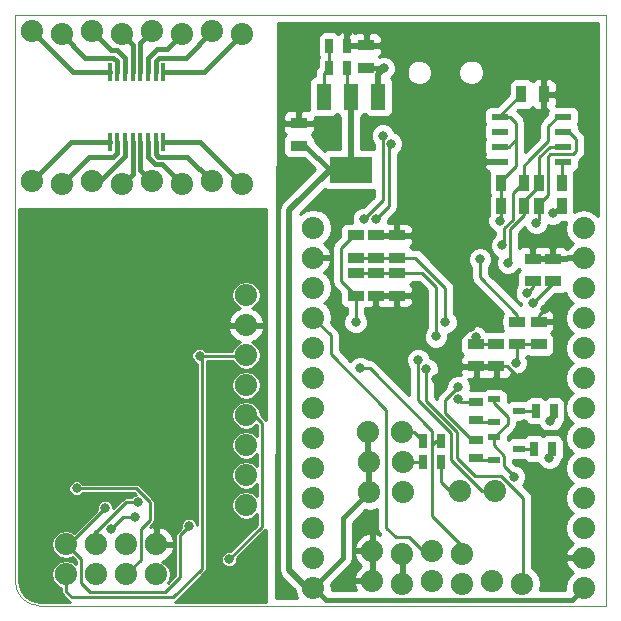
<source format=gbl>
G04 (created by PCBNEW (2013-mar-13)-testing) date Thu 22 Aug 2013 04:52:17 PM WEST*
%MOIN*%
G04 Gerber Fmt 3.4, Leading zero omitted, Abs format*
%FSLAX34Y34*%
G01*
G70*
G90*
G04 APERTURE LIST*
%ADD10C,0.005906*%
%ADD11C,0.003937*%
%ADD12O,0.074000X0.074000*%
%ADD13R,0.055000X0.035000*%
%ADD14R,0.035000X0.055000*%
%ADD15R,0.055100X0.023600*%
%ADD16R,0.048000X0.088000*%
%ADD17R,0.141700X0.086600*%
%ADD18R,0.025000X0.045000*%
%ADD19R,0.039400X0.023600*%
%ADD20R,0.045000X0.025000*%
%ADD21R,0.015700X0.062900*%
%ADD22C,0.031496*%
%ADD23C,0.010000*%
%ADD24C,0.017323*%
%ADD25C,0.020000*%
%ADD26C,0.012992*%
G04 APERTURE END LIST*
G54D10*
G54D11*
X1181Y393D02*
X20078Y393D01*
X393Y20078D02*
X393Y1181D01*
X393Y1181D02*
G75*
G03X1181Y393I787J0D01*
G74*
G01*
X20078Y20078D02*
X20078Y393D01*
X393Y20078D02*
X20078Y20078D01*
G54D12*
X5081Y2432D03*
X5081Y1432D03*
X4081Y2432D03*
X4081Y1432D03*
X3081Y2432D03*
X3081Y1432D03*
X2081Y2432D03*
X2081Y1432D03*
X8081Y10737D03*
X8081Y9737D03*
X8081Y8737D03*
X8081Y7737D03*
X8081Y6737D03*
X8081Y5737D03*
X8081Y4737D03*
X8081Y3737D03*
G54D13*
X17125Y9863D03*
X17125Y9113D03*
G54D14*
X17853Y14488D03*
X18603Y14488D03*
G54D13*
X17834Y9113D03*
X17834Y9863D03*
X12401Y11987D03*
X12401Y12737D03*
X13110Y11477D03*
X13110Y10727D03*
X12401Y11477D03*
X12401Y10727D03*
X13110Y11987D03*
X13110Y12737D03*
X17637Y11199D03*
X17637Y11949D03*
X18307Y11199D03*
X18307Y11949D03*
G54D12*
X12283Y2215D03*
X13283Y2115D03*
X14283Y2215D03*
X15283Y2115D03*
G54D15*
X16548Y16694D03*
X18648Y16694D03*
X16548Y16194D03*
X16548Y15694D03*
X16548Y15194D03*
X18648Y16194D03*
X18648Y15694D03*
X18648Y15194D03*
G54D14*
X17343Y13700D03*
X16593Y13700D03*
X17853Y13700D03*
X18603Y13700D03*
X17343Y14488D03*
X16593Y14488D03*
G54D13*
X11732Y10727D03*
X11732Y11477D03*
X11732Y12737D03*
X11732Y11987D03*
X16417Y9115D03*
X16417Y8365D03*
X15748Y9115D03*
X15748Y8365D03*
G54D16*
X10664Y17361D03*
X11574Y17361D03*
X12484Y17361D03*
G54D17*
X11574Y14921D03*
G54D18*
X10841Y19055D03*
X11441Y19055D03*
X10841Y18307D03*
X11441Y18307D03*
X14591Y5196D03*
X13991Y5196D03*
X14591Y5866D03*
X13991Y5866D03*
G54D12*
X12174Y4173D03*
X13314Y4173D03*
X16369Y4212D03*
X15229Y4212D03*
X12174Y5196D03*
X13314Y5196D03*
X12134Y6181D03*
X13274Y6181D03*
X19330Y984D03*
X19330Y1984D03*
X19330Y2984D03*
X19330Y3984D03*
X19330Y4984D03*
X19330Y5984D03*
X19330Y6984D03*
X19330Y7984D03*
X19330Y8984D03*
X19330Y9984D03*
X19330Y10984D03*
X19330Y11984D03*
X19330Y12984D03*
X10314Y12992D03*
X10314Y11992D03*
X10314Y10992D03*
X10314Y9992D03*
X10314Y8992D03*
X10314Y7992D03*
X10314Y6992D03*
X10314Y5992D03*
X10314Y4992D03*
X10314Y3992D03*
X10314Y2992D03*
X10314Y1992D03*
X10314Y992D03*
G54D18*
X17731Y6889D03*
X18331Y6889D03*
X17692Y5629D03*
X18292Y5629D03*
G54D19*
X16355Y5254D03*
X17187Y5629D03*
X16355Y6004D03*
X16355Y6514D03*
X17187Y6889D03*
X16355Y7264D03*
G54D20*
X15748Y7189D03*
X15748Y6589D03*
X15748Y5329D03*
X15748Y5929D03*
G54D12*
X944Y19538D03*
X1944Y19438D03*
X2944Y19538D03*
X3944Y19438D03*
X4944Y19538D03*
X5944Y19438D03*
X6944Y19538D03*
X7944Y19438D03*
X944Y14538D03*
X1944Y14438D03*
X2944Y14538D03*
X3944Y14438D03*
X4944Y14538D03*
X5944Y14438D03*
X6944Y14538D03*
X7944Y14438D03*
G54D14*
X17262Y17440D03*
X18012Y17440D03*
G54D12*
X12283Y1220D03*
X13283Y1120D03*
X14283Y1220D03*
X15283Y1120D03*
X16283Y1220D03*
X17283Y1120D03*
G54D21*
X3534Y18169D03*
X3789Y18169D03*
X4045Y18169D03*
X4301Y18169D03*
X4556Y18169D03*
X4812Y18169D03*
X5068Y18169D03*
X5324Y18169D03*
X5324Y15847D03*
X5068Y15847D03*
X4812Y15847D03*
X4556Y15847D03*
X4301Y15847D03*
X4045Y15847D03*
X3789Y15847D03*
X3534Y15847D03*
G54D13*
X12086Y18325D03*
X12086Y19075D03*
X9842Y15727D03*
X9842Y16477D03*
G54D22*
X17007Y4685D03*
X12677Y18307D03*
X7521Y1937D03*
X2431Y4297D03*
X3381Y3637D03*
X6181Y3037D03*
X4481Y3837D03*
X3581Y2937D03*
X4381Y3337D03*
X6531Y8717D03*
X15157Y7283D03*
X15157Y7677D03*
X11889Y8307D03*
X13818Y8582D03*
X14094Y8267D03*
X16811Y11811D03*
X17755Y13149D03*
X16614Y12401D03*
X12007Y13267D03*
X12637Y16062D03*
X12913Y15787D03*
X12401Y13267D03*
X15881Y11937D03*
X11732Y9842D03*
X18307Y13464D03*
X16535Y13228D03*
X17440Y10826D03*
X15748Y9330D03*
X18831Y5487D03*
X15281Y12237D03*
X17362Y6456D03*
X18031Y10275D03*
X14763Y13582D03*
X13110Y13228D03*
X17165Y7992D03*
X14409Y7952D03*
X15590Y9685D03*
X12480Y10196D03*
X11496Y19527D03*
X5581Y3237D03*
X6681Y10637D03*
X3581Y12167D03*
X3601Y12627D03*
X3586Y13047D03*
X3461Y13412D03*
X1451Y13437D03*
X1271Y13042D03*
X1276Y13042D03*
X1301Y12162D03*
X1251Y12602D03*
X1611Y11872D03*
X3241Y11862D03*
X2063Y11742D03*
X2066Y11407D03*
X2061Y11072D03*
X2806Y11057D03*
X2801Y11387D03*
X2811Y11727D03*
X1958Y9960D03*
X3621Y5507D03*
X2781Y5477D03*
X1891Y5482D03*
X1911Y6312D03*
X1931Y9152D03*
X1956Y8452D03*
X2766Y7007D03*
X1911Y6997D03*
X1921Y7732D03*
X3616Y7012D03*
X2781Y9962D03*
X4451Y9977D03*
X3641Y9942D03*
X3626Y9157D03*
X3616Y8427D03*
X3616Y7737D03*
X3626Y6347D03*
X4467Y7022D03*
X4467Y8368D03*
X2775Y8478D03*
X5296Y9977D03*
X5296Y8372D03*
X5286Y7012D03*
X5274Y5508D03*
X4321Y5517D03*
X17066Y8484D03*
X17637Y10472D03*
X18188Y5314D03*
X18228Y6535D03*
X14724Y9842D03*
X14409Y9370D03*
G54D23*
X17007Y4685D02*
X17007Y4724D01*
X17007Y4724D02*
X16692Y5039D01*
G54D24*
X9842Y15727D02*
X10060Y15727D01*
X10060Y15727D02*
X10866Y14921D01*
X10866Y14921D02*
X11574Y14921D01*
G54D23*
X16355Y5730D02*
X16355Y6004D01*
X16692Y5039D02*
X16692Y5393D01*
X16692Y5393D02*
X16355Y5730D01*
G54D24*
X10314Y992D02*
X10322Y992D01*
X11299Y3298D02*
X12174Y4173D01*
X11299Y1968D02*
X11299Y3298D01*
X10322Y992D02*
X11299Y1968D01*
X10314Y992D02*
X10346Y992D01*
X18937Y590D02*
X19330Y984D01*
X10748Y590D02*
X18937Y590D01*
X10346Y992D02*
X10748Y590D01*
G54D25*
X10314Y992D02*
X10110Y992D01*
X10866Y14921D02*
X11574Y14921D01*
X9527Y13582D02*
X10866Y14921D01*
X9527Y1574D02*
X9527Y13582D01*
X10110Y992D02*
X9527Y1574D01*
G54D23*
X16355Y7264D02*
X16355Y7148D01*
X16355Y7148D02*
X16811Y6692D01*
X16811Y6692D02*
X16811Y6460D01*
X16811Y6460D02*
X16355Y6004D01*
X11441Y18307D02*
X11441Y17494D01*
X11441Y17494D02*
X11574Y17361D01*
G54D25*
X11574Y17361D02*
X11574Y14921D01*
X12174Y4173D02*
X12174Y5196D01*
X12134Y6181D02*
X12134Y5236D01*
X12134Y5236D02*
X12174Y5196D01*
G54D24*
X12086Y18325D02*
X12658Y18325D01*
X12658Y18325D02*
X12677Y18307D01*
G54D25*
X12484Y17361D02*
X12484Y18114D01*
X12484Y18114D02*
X12677Y18307D01*
G54D23*
X8081Y6737D02*
X8361Y6737D01*
X8611Y3027D02*
X7521Y1937D01*
X8611Y6487D02*
X8611Y3027D01*
X8361Y6737D02*
X8611Y6487D01*
X2431Y4297D02*
X4421Y4297D01*
X4881Y3237D02*
X4576Y2932D01*
X4881Y3837D02*
X4881Y3237D01*
X4421Y4297D02*
X4881Y3837D01*
X4576Y1927D02*
X4081Y1432D01*
X4576Y2932D02*
X4576Y1927D01*
X2086Y2437D02*
X2081Y2432D01*
X2181Y2437D02*
X2086Y2437D01*
X3381Y3637D02*
X2181Y2437D01*
X6181Y3037D02*
X5881Y2737D01*
X5881Y2737D02*
X5881Y1337D01*
X5881Y1337D02*
X5376Y832D01*
X5376Y832D02*
X2886Y832D01*
X2886Y832D02*
X2581Y1137D01*
X2581Y1137D02*
X2581Y1932D01*
X2581Y1932D02*
X2081Y2432D01*
X3581Y3337D02*
X4081Y3837D01*
X4081Y3837D02*
X4481Y3837D01*
G54D26*
X3081Y2437D02*
X3081Y2432D01*
G54D23*
X3581Y3337D02*
X3081Y2837D01*
G54D26*
X3081Y2837D02*
X3081Y2437D01*
G54D23*
X3981Y3337D02*
X4381Y3337D01*
X3981Y3337D02*
X3581Y2937D01*
X6531Y8717D02*
X8011Y8717D01*
X8061Y8767D02*
X8081Y8737D01*
X8011Y8717D02*
X8061Y8767D01*
X2081Y862D02*
X2081Y1432D01*
X2271Y672D02*
X2081Y862D01*
X5651Y672D02*
X2271Y672D01*
X6606Y1627D02*
X5651Y672D01*
X6606Y8642D02*
X6606Y1627D01*
X6531Y8717D02*
X6606Y8642D01*
X15251Y7189D02*
X15748Y7189D01*
X15157Y7283D02*
X15251Y7189D01*
X14724Y7244D02*
X14724Y7165D01*
X14724Y7165D02*
X14724Y6811D01*
X15157Y7677D02*
X14724Y7244D01*
X15605Y5929D02*
X14724Y6811D01*
X15605Y5929D02*
X15748Y5929D01*
X14591Y5866D02*
X14409Y5866D01*
X14409Y5866D02*
X14291Y5748D01*
X15283Y2115D02*
X15283Y2393D01*
X12204Y8307D02*
X11889Y8307D01*
X14291Y6220D02*
X12204Y8307D01*
X14291Y3385D02*
X14291Y5748D01*
X14291Y5748D02*
X14291Y6220D01*
X15283Y2393D02*
X14291Y3385D01*
X15229Y4212D02*
X14881Y4212D01*
X14591Y4503D02*
X14591Y5196D01*
X14881Y4212D02*
X14591Y4503D01*
X14283Y2215D02*
X13965Y2215D01*
X13965Y2215D02*
X13503Y2677D01*
X13503Y2677D02*
X13070Y2677D01*
X13070Y2677D02*
X12755Y2992D01*
X12755Y2992D02*
X12755Y6929D01*
X12755Y6929D02*
X10905Y8779D01*
X10905Y8779D02*
X10905Y9401D01*
X10905Y9401D02*
X10314Y9992D01*
X16369Y4212D02*
X15944Y4212D01*
X13818Y7244D02*
X13818Y8582D01*
X14921Y6141D02*
X13818Y7244D01*
X14921Y5236D02*
X14921Y6141D01*
X15944Y4212D02*
X14921Y5236D01*
X17322Y1120D02*
X17322Y3976D01*
X14069Y8243D02*
X14094Y8267D01*
X14069Y7219D02*
X14069Y8243D01*
X15118Y6171D02*
X14069Y7219D01*
X15118Y5314D02*
X15118Y6171D01*
X15708Y4724D02*
X15118Y5314D01*
X16574Y4724D02*
X15708Y4724D01*
X17322Y3976D02*
X16574Y4724D01*
X17343Y13700D02*
X17343Y13406D01*
X16889Y11889D02*
X16811Y11811D01*
X16889Y12952D02*
X16889Y11889D01*
X17343Y13406D02*
X16889Y12952D01*
X17343Y13700D02*
X17343Y13878D01*
X17853Y14388D02*
X17853Y14488D01*
X17343Y13878D02*
X17853Y14388D01*
X18648Y15694D02*
X18214Y15694D01*
X17853Y15333D02*
X17853Y14488D01*
X18214Y15694D02*
X17853Y15333D01*
X17853Y13247D02*
X17755Y13149D01*
X17853Y13700D02*
X17853Y13247D01*
X17853Y13700D02*
X17853Y13779D01*
X18844Y16194D02*
X19094Y15944D01*
X19094Y15944D02*
X19094Y15551D01*
X19094Y15551D02*
X18976Y15433D01*
X18976Y15433D02*
X18228Y15433D01*
X18228Y15433D02*
X18149Y15354D01*
X18149Y15354D02*
X18149Y14075D01*
X18844Y16194D02*
X18648Y16194D01*
X17853Y13779D02*
X18149Y14075D01*
X17343Y14488D02*
X17322Y14488D01*
X17322Y14488D02*
X16968Y14133D01*
X16692Y12480D02*
X16614Y12401D01*
X16692Y12982D02*
X16692Y12480D01*
X16968Y13257D02*
X16692Y12982D01*
X16968Y14133D02*
X16968Y13257D01*
X17343Y14488D02*
X17343Y15060D01*
X17343Y15060D02*
X17519Y15236D01*
X18466Y16694D02*
X18648Y16694D01*
X18149Y16377D02*
X18466Y16694D01*
X18149Y15866D02*
X18149Y16377D01*
X17519Y15236D02*
X18149Y15866D01*
X18603Y14488D02*
X18603Y15149D01*
X18603Y15149D02*
X18648Y15194D01*
X12637Y14330D02*
X12637Y13897D01*
X12637Y13897D02*
X12007Y13267D01*
X12637Y16062D02*
X12637Y14330D01*
X12913Y15787D02*
X12834Y15708D01*
X12834Y15708D02*
X12834Y13700D01*
X12834Y13700D02*
X12401Y13267D01*
X17125Y9863D02*
X17125Y10092D01*
X17125Y10092D02*
X15881Y11337D01*
X15881Y11337D02*
X15881Y11937D01*
X11732Y9842D02*
X11732Y10727D01*
X18603Y13700D02*
X18543Y13700D01*
X18543Y13700D02*
X18307Y13464D01*
X16548Y16694D02*
X16548Y16726D01*
X16548Y16726D02*
X17262Y17440D01*
X17125Y9863D02*
X16869Y9863D01*
X16593Y13700D02*
X16593Y13286D01*
X16593Y13286D02*
X16535Y13228D01*
X16593Y14488D02*
X16593Y14546D01*
X17086Y15039D02*
X17086Y15944D01*
X16593Y14546D02*
X17086Y15039D01*
X16593Y14488D02*
X16593Y13700D01*
X16548Y16694D02*
X16887Y16694D01*
X17086Y16496D02*
X17086Y15944D01*
X16887Y16694D02*
X17086Y16496D01*
X17086Y15944D02*
X16836Y15694D01*
X16836Y15694D02*
X16548Y15694D01*
X11732Y12737D02*
X11674Y12737D01*
X11674Y12737D02*
X11259Y12322D01*
X11259Y12322D02*
X11259Y11199D01*
X11259Y11199D02*
X11732Y10727D01*
X17637Y11199D02*
X17637Y11023D01*
X17637Y11023D02*
X17440Y10826D01*
X15748Y9115D02*
X16417Y9115D01*
X15748Y9115D02*
X15748Y9330D01*
X18700Y5618D02*
X18700Y6338D01*
X18831Y5487D02*
X18700Y5618D01*
X14763Y13582D02*
X14763Y12905D01*
X15281Y12387D02*
X15281Y12237D01*
X14763Y12905D02*
X15281Y12387D01*
X17165Y7992D02*
X18176Y7992D01*
X18176Y7992D02*
X18700Y7468D01*
X18700Y7468D02*
X18700Y6338D01*
X18582Y6220D02*
X17598Y6220D01*
G54D24*
X18700Y6338D02*
X18582Y6220D01*
G54D23*
X17598Y6220D02*
X17362Y6456D01*
X17401Y6417D02*
X17559Y6417D01*
X17362Y6456D02*
X17401Y6417D01*
X17834Y9863D02*
X17834Y10078D01*
X17834Y10078D02*
X18031Y10275D01*
X16548Y15194D02*
X15946Y15194D01*
X18012Y17892D02*
X18012Y17440D01*
X17874Y18031D02*
X18012Y17892D01*
X16574Y18031D02*
X17874Y18031D01*
X15787Y17244D02*
X16574Y18031D01*
X15787Y15354D02*
X15787Y17244D01*
X15946Y15194D02*
X15787Y15354D01*
X14448Y13267D02*
X14763Y13582D01*
X13149Y13267D02*
X14448Y13267D01*
X13110Y13228D02*
X13149Y13267D01*
X16792Y8365D02*
X16417Y8365D01*
X17165Y7992D02*
X16792Y8365D01*
X15748Y8365D02*
X14941Y8365D01*
X14941Y8365D02*
X14685Y8622D01*
X14685Y8307D02*
X14685Y8622D01*
X14685Y8228D02*
X14685Y8307D01*
X14409Y7952D02*
X14685Y8228D01*
X14685Y8622D02*
X14685Y8976D01*
X14685Y8976D02*
X14921Y9212D01*
X15118Y9212D02*
X14921Y9212D01*
X15590Y9685D02*
X15118Y9212D01*
X16417Y8365D02*
X15748Y8365D01*
G54D25*
X12401Y10727D02*
X12401Y10275D01*
X12401Y10275D02*
X12480Y10196D01*
G54D23*
X11441Y19055D02*
X11417Y19606D01*
X11417Y19606D02*
X11496Y19527D01*
X12401Y10727D02*
X13110Y10727D01*
X13110Y12737D02*
X12401Y12737D01*
X5410Y5508D02*
X5274Y5508D01*
X5581Y5337D02*
X5410Y5508D01*
X5581Y3237D02*
X5581Y5337D01*
X8081Y9737D02*
X7581Y9737D01*
X7581Y9737D02*
X6681Y10637D01*
X3601Y12627D02*
X3646Y12232D01*
X3646Y12232D02*
X3581Y12167D01*
X3631Y12657D02*
X3631Y12672D01*
X3601Y12627D02*
X3631Y12657D01*
X3631Y12672D02*
X3601Y12642D01*
X3556Y13017D02*
X3556Y13012D01*
X3586Y13047D02*
X3556Y13017D01*
X3461Y13412D02*
X3461Y13407D01*
X1451Y13437D02*
X1786Y13367D01*
X1251Y12602D02*
X1271Y13037D01*
X1271Y13037D02*
X1276Y13042D01*
X1786Y13367D02*
X1851Y13432D01*
X1926Y12482D02*
X1396Y12257D01*
X1396Y12257D02*
X1301Y12162D01*
X1316Y12537D02*
X1301Y12157D01*
X1251Y12602D02*
X1316Y12537D01*
X1286Y12177D02*
X1286Y12172D01*
X1286Y12172D02*
X1301Y12157D01*
X1611Y11872D02*
X1616Y11872D01*
X3246Y11867D02*
X3246Y11877D01*
X3241Y11862D02*
X3246Y11867D01*
X1821Y10097D02*
X1958Y9960D01*
X1696Y11887D02*
X1821Y10097D01*
X2063Y11742D02*
X1696Y11887D01*
X2056Y11077D02*
X2066Y11407D01*
X2061Y11072D02*
X2056Y11077D01*
X2801Y11052D02*
X2781Y9962D01*
X2806Y11057D02*
X2801Y11052D01*
X2801Y11717D02*
X2801Y11387D01*
X2811Y11727D02*
X2801Y11717D01*
X2781Y9962D02*
X1961Y9962D01*
X1961Y9962D02*
X1958Y9960D01*
X1911Y6997D02*
X1911Y6312D01*
X3626Y5512D02*
X3626Y6347D01*
X3621Y5507D02*
X3626Y5512D01*
X1896Y5477D02*
X2781Y5477D01*
X1891Y5482D02*
X1896Y5477D01*
X1958Y9960D02*
X1958Y9180D01*
X1958Y9180D02*
X1931Y9152D01*
X1921Y7007D02*
X2766Y7007D01*
X1911Y6997D02*
X1921Y7007D01*
X1921Y8417D02*
X1921Y7732D01*
X1956Y8452D02*
X1921Y8417D01*
X3616Y7012D02*
X3626Y7022D01*
X3626Y7022D02*
X4467Y7022D01*
X3636Y7037D02*
X3636Y7717D01*
X3676Y9977D02*
X4451Y9977D01*
X3641Y9942D02*
X3676Y9977D01*
X3626Y8437D02*
X3626Y9157D01*
X3616Y8427D02*
X3626Y8437D01*
X3636Y7717D02*
X3616Y7737D01*
X3601Y5542D02*
X3601Y6322D01*
X3626Y5517D02*
X3601Y5542D01*
X4321Y5517D02*
X3626Y5517D01*
X3601Y6322D02*
X3626Y6347D01*
X4477Y7012D02*
X5286Y7012D01*
X4467Y7022D02*
X4477Y7012D01*
X4467Y8368D02*
X5292Y8368D01*
X5292Y8368D02*
X5296Y8372D01*
X4466Y8369D02*
X4466Y8422D01*
X4467Y8368D02*
X4466Y8369D01*
X3151Y7827D02*
X3656Y8332D01*
X2811Y7827D02*
X3151Y7827D01*
X2775Y8478D02*
X2921Y8332D01*
X2921Y8332D02*
X3656Y8332D01*
X1958Y9960D02*
X1976Y9977D01*
X1976Y9977D02*
X5296Y9977D01*
X5296Y8372D02*
X5286Y8362D01*
X5286Y8362D02*
X5286Y7012D01*
X5274Y5508D02*
X5265Y5517D01*
X5265Y5517D02*
X4321Y5517D01*
X17187Y6889D02*
X17731Y6889D01*
X17125Y9113D02*
X17125Y8543D01*
X17125Y8543D02*
X17066Y8484D01*
X17125Y9113D02*
X17834Y9113D01*
G54D25*
X13283Y4142D02*
X13314Y4173D01*
X13322Y1120D02*
X13322Y2075D01*
X13322Y2075D02*
X13283Y2115D01*
G54D23*
X18307Y11199D02*
X18307Y11141D01*
X18307Y11141D02*
X17637Y10472D01*
X18292Y5418D02*
X18292Y5629D01*
X18188Y5314D02*
X18292Y5418D01*
X18331Y6638D02*
X18331Y6889D01*
X18228Y6535D02*
X18331Y6638D01*
X17187Y5629D02*
X17692Y5629D01*
X13274Y6181D02*
X13676Y6181D01*
X13676Y6181D02*
X13991Y5866D01*
X13314Y5196D02*
X13991Y5196D01*
X16355Y5254D02*
X15823Y5254D01*
X15823Y5254D02*
X15748Y5329D01*
X16355Y6514D02*
X15823Y6514D01*
X15823Y6514D02*
X15748Y6589D01*
X11732Y11987D02*
X12401Y11987D01*
X13110Y11987D02*
X13721Y11987D01*
X14724Y10984D02*
X14724Y9842D01*
X13721Y11987D02*
X14724Y10984D01*
X13110Y11987D02*
X12401Y11987D01*
X13110Y11477D02*
X13955Y11477D01*
X14409Y11023D02*
X14409Y9370D01*
X13955Y11477D02*
X14409Y11023D01*
X11732Y11477D02*
X12401Y11477D01*
X13110Y11477D02*
X12401Y11477D01*
X10841Y18307D02*
X10841Y19055D01*
X10664Y17361D02*
X10664Y18130D01*
X10664Y18130D02*
X10841Y18307D01*
G54D24*
X5068Y15847D02*
X5068Y15443D01*
X6128Y15354D02*
X6944Y14538D01*
X5157Y15354D02*
X6128Y15354D01*
X5068Y15443D02*
X5157Y15354D01*
X5324Y15847D02*
X6535Y15847D01*
X6535Y15847D02*
X7944Y14438D01*
X4045Y18169D02*
X4045Y18631D01*
X3585Y18897D02*
X2944Y19538D01*
X3779Y18897D02*
X3585Y18897D01*
X4045Y18631D02*
X3779Y18897D01*
X3534Y18169D02*
X2313Y18169D01*
X2313Y18169D02*
X944Y19538D01*
X3789Y18169D02*
X3789Y18533D01*
X2721Y18661D02*
X1944Y19438D01*
X3661Y18661D02*
X2721Y18661D01*
X3789Y18533D02*
X3661Y18661D01*
X3534Y15847D02*
X2253Y15847D01*
X2253Y15847D02*
X944Y14538D01*
X4812Y15847D02*
X4812Y15345D01*
X5264Y15118D02*
X5944Y14438D01*
X5039Y15118D02*
X5264Y15118D01*
X4812Y15345D02*
X5039Y15118D01*
X4556Y15847D02*
X4556Y14926D01*
X4556Y14926D02*
X4944Y14538D01*
X4301Y15847D02*
X4301Y14794D01*
X4301Y14794D02*
X3944Y14438D01*
X4045Y15847D02*
X4045Y15384D01*
X3199Y14538D02*
X2944Y14538D01*
X4045Y15384D02*
X3199Y14538D01*
X3789Y15847D02*
X3789Y15482D01*
X2861Y15354D02*
X1944Y14438D01*
X3661Y15354D02*
X2861Y15354D01*
X3789Y15482D02*
X3661Y15354D01*
X4301Y18169D02*
X4301Y19081D01*
X4301Y19081D02*
X3944Y19438D01*
X4556Y18169D02*
X4556Y19149D01*
X4556Y19149D02*
X4944Y19538D01*
X4812Y18169D02*
X4812Y18631D01*
X5443Y18937D02*
X5944Y19438D01*
X5118Y18937D02*
X5443Y18937D01*
X4812Y18631D02*
X5118Y18937D01*
X5068Y18169D02*
X5068Y18533D01*
X6068Y18661D02*
X6944Y19538D01*
X5196Y18661D02*
X6068Y18661D01*
X5068Y18533D02*
X5196Y18661D01*
X5324Y18169D02*
X6675Y18169D01*
X6675Y18169D02*
X7944Y19438D01*
G54D10*
G36*
X8730Y523D02*
X5704Y523D01*
X5712Y524D01*
X5712Y524D01*
X5764Y559D01*
X6719Y1514D01*
X6753Y1566D01*
X6753Y1566D01*
X6766Y1627D01*
X6766Y8557D01*
X7627Y8557D01*
X7628Y8554D01*
X7732Y8398D01*
X7888Y8294D01*
X8071Y8257D01*
X8090Y8257D01*
X8274Y8294D01*
X8429Y8398D01*
X8533Y8554D01*
X8570Y8737D01*
X8533Y8921D01*
X8429Y9077D01*
X8295Y9166D01*
X8446Y9237D01*
X8610Y9415D01*
X8683Y9591D01*
X8683Y9883D01*
X8610Y10060D01*
X8446Y10238D01*
X8295Y10308D01*
X8429Y10398D01*
X8533Y10554D01*
X8570Y10737D01*
X8533Y10921D01*
X8429Y11077D01*
X8274Y11181D01*
X8090Y11217D01*
X8071Y11217D01*
X7888Y11181D01*
X7732Y11077D01*
X7628Y10921D01*
X7591Y10737D01*
X7628Y10554D01*
X7732Y10398D01*
X7866Y10308D01*
X7715Y10238D01*
X7551Y10060D01*
X7478Y9883D01*
X7525Y9787D01*
X8031Y9787D01*
X8031Y9795D01*
X8131Y9795D01*
X8131Y9787D01*
X8636Y9787D01*
X8683Y9883D01*
X8683Y9591D01*
X8636Y9687D01*
X8131Y9687D01*
X8131Y9679D01*
X8031Y9679D01*
X8031Y9687D01*
X7525Y9687D01*
X7478Y9591D01*
X7551Y9415D01*
X7715Y9237D01*
X7866Y9166D01*
X7732Y9077D01*
X7628Y8921D01*
X7619Y8877D01*
X6749Y8877D01*
X6682Y8944D01*
X6584Y8985D01*
X6478Y8985D01*
X6379Y8944D01*
X6304Y8869D01*
X6263Y8771D01*
X6263Y8664D01*
X6304Y8566D01*
X6379Y8491D01*
X6446Y8463D01*
X6446Y3096D01*
X6407Y3189D01*
X6332Y3264D01*
X6234Y3305D01*
X6128Y3305D01*
X6029Y3264D01*
X5954Y3189D01*
X5913Y3091D01*
X5913Y2996D01*
X5767Y2850D01*
X5733Y2799D01*
X5721Y2737D01*
X5721Y1404D01*
X5469Y1152D01*
X5533Y1249D01*
X5570Y1432D01*
X5533Y1616D01*
X5429Y1772D01*
X5295Y1861D01*
X5446Y1932D01*
X5610Y2110D01*
X5683Y2286D01*
X5683Y2578D01*
X5610Y2755D01*
X5446Y2933D01*
X5227Y3035D01*
X5131Y2988D01*
X5131Y2482D01*
X5636Y2482D01*
X5683Y2578D01*
X5683Y2286D01*
X5636Y2382D01*
X5131Y2382D01*
X5131Y2374D01*
X5031Y2374D01*
X5031Y2382D01*
X5023Y2382D01*
X5023Y2482D01*
X5031Y2482D01*
X5031Y2988D01*
X4935Y3035D01*
X4878Y3009D01*
X4994Y3124D01*
X5028Y3176D01*
X5041Y3237D01*
X5041Y3837D01*
X5028Y3899D01*
X4994Y3950D01*
X4534Y4410D01*
X4482Y4445D01*
X4421Y4457D01*
X2649Y4457D01*
X2582Y4524D01*
X2484Y4565D01*
X2378Y4565D01*
X2279Y4524D01*
X2204Y4449D01*
X2163Y4351D01*
X2163Y4244D01*
X2204Y4146D01*
X2279Y4071D01*
X2377Y4030D01*
X2484Y4030D01*
X2582Y4070D01*
X2649Y4137D01*
X4354Y4137D01*
X4399Y4093D01*
X4329Y4064D01*
X4262Y3997D01*
X4081Y3997D01*
X4019Y3985D01*
X3967Y3950D01*
X3648Y3631D01*
X3648Y3690D01*
X3607Y3789D01*
X3532Y3864D01*
X3434Y3905D01*
X3328Y3905D01*
X3229Y3864D01*
X3154Y3789D01*
X3113Y3691D01*
X3113Y3596D01*
X2345Y2828D01*
X2274Y2876D01*
X2090Y2912D01*
X2071Y2912D01*
X1888Y2876D01*
X1732Y2772D01*
X1628Y2616D01*
X1591Y2432D01*
X1628Y2249D01*
X1732Y2093D01*
X1888Y1989D01*
X2071Y1952D01*
X2090Y1952D01*
X2274Y1989D01*
X2288Y1998D01*
X2421Y1866D01*
X2421Y1778D01*
X2274Y1876D01*
X2090Y1912D01*
X2071Y1912D01*
X1888Y1876D01*
X1732Y1772D01*
X1628Y1616D01*
X1591Y1432D01*
X1628Y1249D01*
X1732Y1093D01*
X1888Y989D01*
X1921Y982D01*
X1921Y862D01*
X1933Y801D01*
X1967Y749D01*
X2157Y559D01*
X2157Y559D01*
X2209Y524D01*
X2217Y523D01*
X1193Y523D01*
X930Y575D01*
X717Y717D01*
X575Y930D01*
X523Y1193D01*
X523Y13629D01*
X8730Y13629D01*
X8730Y6591D01*
X8724Y6600D01*
X8570Y6754D01*
X8570Y7737D01*
X8533Y7921D01*
X8429Y8077D01*
X8274Y8181D01*
X8090Y8217D01*
X8071Y8217D01*
X7888Y8181D01*
X7732Y8077D01*
X7628Y7921D01*
X7591Y7737D01*
X7628Y7554D01*
X7732Y7398D01*
X7888Y7294D01*
X8071Y7257D01*
X8090Y7257D01*
X8274Y7294D01*
X8429Y7398D01*
X8533Y7554D01*
X8570Y7737D01*
X8570Y6754D01*
X8566Y6758D01*
X8533Y6921D01*
X8429Y7077D01*
X8274Y7181D01*
X8090Y7217D01*
X8071Y7217D01*
X7888Y7181D01*
X7732Y7077D01*
X7628Y6921D01*
X7591Y6737D01*
X7628Y6554D01*
X7732Y6398D01*
X7888Y6294D01*
X8071Y6257D01*
X8090Y6257D01*
X8274Y6294D01*
X8429Y6398D01*
X8447Y6424D01*
X8451Y6421D01*
X8451Y6045D01*
X8429Y6077D01*
X8274Y6181D01*
X8090Y6217D01*
X8071Y6217D01*
X7888Y6181D01*
X7732Y6077D01*
X7628Y5921D01*
X7591Y5737D01*
X7628Y5554D01*
X7732Y5398D01*
X7888Y5294D01*
X8071Y5257D01*
X8090Y5257D01*
X8274Y5294D01*
X8429Y5398D01*
X8451Y5430D01*
X8451Y5045D01*
X8429Y5077D01*
X8274Y5181D01*
X8090Y5217D01*
X8071Y5217D01*
X7888Y5181D01*
X7732Y5077D01*
X7628Y4921D01*
X7591Y4737D01*
X7628Y4554D01*
X7732Y4398D01*
X7888Y4294D01*
X8071Y4257D01*
X8090Y4257D01*
X8274Y4294D01*
X8429Y4398D01*
X8451Y4430D01*
X8451Y4045D01*
X8429Y4077D01*
X8274Y4181D01*
X8090Y4217D01*
X8071Y4217D01*
X7888Y4181D01*
X7732Y4077D01*
X7628Y3921D01*
X7591Y3737D01*
X7628Y3554D01*
X7732Y3398D01*
X7888Y3294D01*
X8071Y3257D01*
X8090Y3257D01*
X8274Y3294D01*
X8429Y3398D01*
X8451Y3430D01*
X8451Y3094D01*
X7562Y2205D01*
X7468Y2205D01*
X7369Y2164D01*
X7294Y2089D01*
X7253Y1991D01*
X7253Y1884D01*
X7294Y1786D01*
X7369Y1711D01*
X7467Y1670D01*
X7574Y1670D01*
X7672Y1710D01*
X7747Y1786D01*
X7788Y1884D01*
X7788Y1979D01*
X8724Y2914D01*
X8730Y2923D01*
X8730Y523D01*
X8730Y523D01*
G37*
G54D23*
X8730Y523D02*
X5704Y523D01*
X5712Y524D01*
X5712Y524D01*
X5764Y559D01*
X6719Y1514D01*
X6753Y1566D01*
X6753Y1566D01*
X6766Y1627D01*
X6766Y8557D01*
X7627Y8557D01*
X7628Y8554D01*
X7732Y8398D01*
X7888Y8294D01*
X8071Y8257D01*
X8090Y8257D01*
X8274Y8294D01*
X8429Y8398D01*
X8533Y8554D01*
X8570Y8737D01*
X8533Y8921D01*
X8429Y9077D01*
X8295Y9166D01*
X8446Y9237D01*
X8610Y9415D01*
X8683Y9591D01*
X8683Y9883D01*
X8610Y10060D01*
X8446Y10238D01*
X8295Y10308D01*
X8429Y10398D01*
X8533Y10554D01*
X8570Y10737D01*
X8533Y10921D01*
X8429Y11077D01*
X8274Y11181D01*
X8090Y11217D01*
X8071Y11217D01*
X7888Y11181D01*
X7732Y11077D01*
X7628Y10921D01*
X7591Y10737D01*
X7628Y10554D01*
X7732Y10398D01*
X7866Y10308D01*
X7715Y10238D01*
X7551Y10060D01*
X7478Y9883D01*
X7525Y9787D01*
X8031Y9787D01*
X8031Y9795D01*
X8131Y9795D01*
X8131Y9787D01*
X8636Y9787D01*
X8683Y9883D01*
X8683Y9591D01*
X8636Y9687D01*
X8131Y9687D01*
X8131Y9679D01*
X8031Y9679D01*
X8031Y9687D01*
X7525Y9687D01*
X7478Y9591D01*
X7551Y9415D01*
X7715Y9237D01*
X7866Y9166D01*
X7732Y9077D01*
X7628Y8921D01*
X7619Y8877D01*
X6749Y8877D01*
X6682Y8944D01*
X6584Y8985D01*
X6478Y8985D01*
X6379Y8944D01*
X6304Y8869D01*
X6263Y8771D01*
X6263Y8664D01*
X6304Y8566D01*
X6379Y8491D01*
X6446Y8463D01*
X6446Y3096D01*
X6407Y3189D01*
X6332Y3264D01*
X6234Y3305D01*
X6128Y3305D01*
X6029Y3264D01*
X5954Y3189D01*
X5913Y3091D01*
X5913Y2996D01*
X5767Y2850D01*
X5733Y2799D01*
X5721Y2737D01*
X5721Y1404D01*
X5469Y1152D01*
X5533Y1249D01*
X5570Y1432D01*
X5533Y1616D01*
X5429Y1772D01*
X5295Y1861D01*
X5446Y1932D01*
X5610Y2110D01*
X5683Y2286D01*
X5683Y2578D01*
X5610Y2755D01*
X5446Y2933D01*
X5227Y3035D01*
X5131Y2988D01*
X5131Y2482D01*
X5636Y2482D01*
X5683Y2578D01*
X5683Y2286D01*
X5636Y2382D01*
X5131Y2382D01*
X5131Y2374D01*
X5031Y2374D01*
X5031Y2382D01*
X5023Y2382D01*
X5023Y2482D01*
X5031Y2482D01*
X5031Y2988D01*
X4935Y3035D01*
X4878Y3009D01*
X4994Y3124D01*
X5028Y3176D01*
X5041Y3237D01*
X5041Y3837D01*
X5028Y3899D01*
X4994Y3950D01*
X4534Y4410D01*
X4482Y4445D01*
X4421Y4457D01*
X2649Y4457D01*
X2582Y4524D01*
X2484Y4565D01*
X2378Y4565D01*
X2279Y4524D01*
X2204Y4449D01*
X2163Y4351D01*
X2163Y4244D01*
X2204Y4146D01*
X2279Y4071D01*
X2377Y4030D01*
X2484Y4030D01*
X2582Y4070D01*
X2649Y4137D01*
X4354Y4137D01*
X4399Y4093D01*
X4329Y4064D01*
X4262Y3997D01*
X4081Y3997D01*
X4019Y3985D01*
X3967Y3950D01*
X3648Y3631D01*
X3648Y3690D01*
X3607Y3789D01*
X3532Y3864D01*
X3434Y3905D01*
X3328Y3905D01*
X3229Y3864D01*
X3154Y3789D01*
X3113Y3691D01*
X3113Y3596D01*
X2345Y2828D01*
X2274Y2876D01*
X2090Y2912D01*
X2071Y2912D01*
X1888Y2876D01*
X1732Y2772D01*
X1628Y2616D01*
X1591Y2432D01*
X1628Y2249D01*
X1732Y2093D01*
X1888Y1989D01*
X2071Y1952D01*
X2090Y1952D01*
X2274Y1989D01*
X2288Y1998D01*
X2421Y1866D01*
X2421Y1778D01*
X2274Y1876D01*
X2090Y1912D01*
X2071Y1912D01*
X1888Y1876D01*
X1732Y1772D01*
X1628Y1616D01*
X1591Y1432D01*
X1628Y1249D01*
X1732Y1093D01*
X1888Y989D01*
X1921Y982D01*
X1921Y862D01*
X1933Y801D01*
X1967Y749D01*
X2157Y559D01*
X2157Y559D01*
X2209Y524D01*
X2217Y523D01*
X1193Y523D01*
X930Y575D01*
X717Y717D01*
X575Y930D01*
X523Y1193D01*
X523Y13629D01*
X8730Y13629D01*
X8730Y6591D01*
X8724Y6600D01*
X8570Y6754D01*
X8570Y7737D01*
X8533Y7921D01*
X8429Y8077D01*
X8274Y8181D01*
X8090Y8217D01*
X8071Y8217D01*
X7888Y8181D01*
X7732Y8077D01*
X7628Y7921D01*
X7591Y7737D01*
X7628Y7554D01*
X7732Y7398D01*
X7888Y7294D01*
X8071Y7257D01*
X8090Y7257D01*
X8274Y7294D01*
X8429Y7398D01*
X8533Y7554D01*
X8570Y7737D01*
X8570Y6754D01*
X8566Y6758D01*
X8533Y6921D01*
X8429Y7077D01*
X8274Y7181D01*
X8090Y7217D01*
X8071Y7217D01*
X7888Y7181D01*
X7732Y7077D01*
X7628Y6921D01*
X7591Y6737D01*
X7628Y6554D01*
X7732Y6398D01*
X7888Y6294D01*
X8071Y6257D01*
X8090Y6257D01*
X8274Y6294D01*
X8429Y6398D01*
X8447Y6424D01*
X8451Y6421D01*
X8451Y6045D01*
X8429Y6077D01*
X8274Y6181D01*
X8090Y6217D01*
X8071Y6217D01*
X7888Y6181D01*
X7732Y6077D01*
X7628Y5921D01*
X7591Y5737D01*
X7628Y5554D01*
X7732Y5398D01*
X7888Y5294D01*
X8071Y5257D01*
X8090Y5257D01*
X8274Y5294D01*
X8429Y5398D01*
X8451Y5430D01*
X8451Y5045D01*
X8429Y5077D01*
X8274Y5181D01*
X8090Y5217D01*
X8071Y5217D01*
X7888Y5181D01*
X7732Y5077D01*
X7628Y4921D01*
X7591Y4737D01*
X7628Y4554D01*
X7732Y4398D01*
X7888Y4294D01*
X8071Y4257D01*
X8090Y4257D01*
X8274Y4294D01*
X8429Y4398D01*
X8451Y4430D01*
X8451Y4045D01*
X8429Y4077D01*
X8274Y4181D01*
X8090Y4217D01*
X8071Y4217D01*
X7888Y4181D01*
X7732Y4077D01*
X7628Y3921D01*
X7591Y3737D01*
X7628Y3554D01*
X7732Y3398D01*
X7888Y3294D01*
X8071Y3257D01*
X8090Y3257D01*
X8274Y3294D01*
X8429Y3398D01*
X8451Y3430D01*
X8451Y3094D01*
X7562Y2205D01*
X7468Y2205D01*
X7369Y2164D01*
X7294Y2089D01*
X7253Y1991D01*
X7253Y1884D01*
X7294Y1786D01*
X7369Y1711D01*
X7467Y1670D01*
X7574Y1670D01*
X7672Y1710D01*
X7747Y1786D01*
X7788Y1884D01*
X7788Y1979D01*
X8724Y2914D01*
X8730Y2923D01*
X8730Y523D01*
G54D10*
G36*
X10372Y1942D02*
X10364Y1942D01*
X10364Y1934D01*
X10264Y1934D01*
X10264Y1942D01*
X10257Y1942D01*
X10257Y2042D01*
X10264Y2042D01*
X10264Y2050D01*
X10364Y2050D01*
X10364Y2042D01*
X10372Y2042D01*
X10372Y1942D01*
X10372Y1942D01*
G37*
G54D23*
X10372Y1942D02*
X10364Y1942D01*
X10364Y1934D01*
X10264Y1934D01*
X10264Y1942D01*
X10257Y1942D01*
X10257Y2042D01*
X10264Y2042D01*
X10264Y2050D01*
X10364Y2050D01*
X10364Y2042D01*
X10372Y2042D01*
X10372Y1942D01*
G54D10*
G36*
X12559Y2763D02*
X12429Y2817D01*
X12333Y2770D01*
X12333Y2265D01*
X12341Y2265D01*
X12341Y2165D01*
X12333Y2165D01*
X12333Y1775D01*
X12333Y1660D01*
X12333Y1270D01*
X12341Y1270D01*
X12341Y1170D01*
X12333Y1170D01*
X12333Y1162D01*
X12233Y1162D01*
X12233Y1170D01*
X12233Y1270D01*
X12233Y1660D01*
X12233Y1775D01*
X12233Y2165D01*
X12233Y2265D01*
X12233Y2770D01*
X12137Y2817D01*
X11960Y2744D01*
X11782Y2580D01*
X11680Y2361D01*
X11727Y2265D01*
X12233Y2265D01*
X12233Y2165D01*
X11727Y2165D01*
X11680Y2069D01*
X11782Y1849D01*
X11920Y1722D01*
X11917Y1721D01*
X11754Y1543D01*
X11680Y1366D01*
X11728Y1270D01*
X12233Y1270D01*
X12233Y1170D01*
X11728Y1170D01*
X11680Y1074D01*
X11741Y927D01*
X10934Y927D01*
X10947Y992D01*
X10922Y1115D01*
X11537Y1730D01*
X11537Y1730D01*
X11610Y1839D01*
X11635Y1968D01*
X11635Y3158D01*
X12043Y3566D01*
X12174Y3541D01*
X12411Y3588D01*
X12455Y3618D01*
X12455Y2992D01*
X12478Y2877D01*
X12543Y2779D01*
X12559Y2763D01*
X12559Y2763D01*
G37*
G54D23*
X12559Y2763D02*
X12429Y2817D01*
X12333Y2770D01*
X12333Y2265D01*
X12341Y2265D01*
X12341Y2165D01*
X12333Y2165D01*
X12333Y1775D01*
X12333Y1660D01*
X12333Y1270D01*
X12341Y1270D01*
X12341Y1170D01*
X12333Y1170D01*
X12333Y1162D01*
X12233Y1162D01*
X12233Y1170D01*
X12233Y1270D01*
X12233Y1660D01*
X12233Y1775D01*
X12233Y2165D01*
X12233Y2265D01*
X12233Y2770D01*
X12137Y2817D01*
X11960Y2744D01*
X11782Y2580D01*
X11680Y2361D01*
X11727Y2265D01*
X12233Y2265D01*
X12233Y2165D01*
X11727Y2165D01*
X11680Y2069D01*
X11782Y1849D01*
X11920Y1722D01*
X11917Y1721D01*
X11754Y1543D01*
X11680Y1366D01*
X11728Y1270D01*
X12233Y1270D01*
X12233Y1170D01*
X11728Y1170D01*
X11680Y1074D01*
X11741Y927D01*
X10934Y927D01*
X10947Y992D01*
X10922Y1115D01*
X11537Y1730D01*
X11537Y1730D01*
X11610Y1839D01*
X11635Y1968D01*
X11635Y3158D01*
X12043Y3566D01*
X12174Y3541D01*
X12411Y3588D01*
X12455Y3618D01*
X12455Y2992D01*
X12478Y2877D01*
X12543Y2779D01*
X12559Y2763D01*
G54D10*
G36*
X19388Y11934D02*
X19380Y11934D01*
X19380Y11926D01*
X19280Y11926D01*
X19280Y11934D01*
X18775Y11934D01*
X18758Y11899D01*
X18357Y11899D01*
X18357Y11891D01*
X18257Y11891D01*
X18257Y11899D01*
X18257Y11999D01*
X18257Y12312D01*
X18194Y12374D01*
X18081Y12374D01*
X17982Y12374D01*
X17972Y12370D01*
X17962Y12374D01*
X17863Y12374D01*
X17750Y12374D01*
X17687Y12312D01*
X17687Y11999D01*
X17844Y11999D01*
X18100Y11999D01*
X18257Y11999D01*
X18257Y11899D01*
X18100Y11899D01*
X17844Y11899D01*
X17687Y11899D01*
X17687Y11891D01*
X17587Y11891D01*
X17587Y11899D01*
X17579Y11899D01*
X17579Y11999D01*
X17587Y11999D01*
X17587Y12312D01*
X17525Y12374D01*
X17412Y12374D01*
X17313Y12374D01*
X17221Y12336D01*
X17189Y12305D01*
X17189Y12828D01*
X17372Y13011D01*
X17410Y12919D01*
X17524Y12804D01*
X17674Y12742D01*
X17836Y12742D01*
X17986Y12803D01*
X18101Y12918D01*
X18163Y13068D01*
X18163Y13083D01*
X18225Y13057D01*
X18387Y13057D01*
X18537Y13118D01*
X18594Y13175D01*
X18736Y13175D01*
X18698Y12984D01*
X18745Y12746D01*
X18880Y12545D01*
X18968Y12486D01*
X18965Y12485D01*
X18801Y12307D01*
X18787Y12273D01*
X18723Y12336D01*
X18631Y12374D01*
X18532Y12374D01*
X18419Y12374D01*
X18357Y12312D01*
X18357Y11999D01*
X18769Y11999D01*
X18804Y12034D01*
X19280Y12034D01*
X19280Y12042D01*
X19380Y12042D01*
X19380Y12034D01*
X19388Y12034D01*
X19388Y11934D01*
X19388Y11934D01*
G37*
G54D23*
X19388Y11934D02*
X19380Y11934D01*
X19380Y11926D01*
X19280Y11926D01*
X19280Y11934D01*
X18775Y11934D01*
X18758Y11899D01*
X18357Y11899D01*
X18357Y11891D01*
X18257Y11891D01*
X18257Y11899D01*
X18257Y11999D01*
X18257Y12312D01*
X18194Y12374D01*
X18081Y12374D01*
X17982Y12374D01*
X17972Y12370D01*
X17962Y12374D01*
X17863Y12374D01*
X17750Y12374D01*
X17687Y12312D01*
X17687Y11999D01*
X17844Y11999D01*
X18100Y11999D01*
X18257Y11999D01*
X18257Y11899D01*
X18100Y11899D01*
X17844Y11899D01*
X17687Y11899D01*
X17687Y11891D01*
X17587Y11891D01*
X17587Y11899D01*
X17579Y11899D01*
X17579Y11999D01*
X17587Y11999D01*
X17587Y12312D01*
X17525Y12374D01*
X17412Y12374D01*
X17313Y12374D01*
X17221Y12336D01*
X17189Y12305D01*
X17189Y12828D01*
X17372Y13011D01*
X17410Y12919D01*
X17524Y12804D01*
X17674Y12742D01*
X17836Y12742D01*
X17986Y12803D01*
X18101Y12918D01*
X18163Y13068D01*
X18163Y13083D01*
X18225Y13057D01*
X18387Y13057D01*
X18537Y13118D01*
X18594Y13175D01*
X18736Y13175D01*
X18698Y12984D01*
X18745Y12746D01*
X18880Y12545D01*
X18968Y12486D01*
X18965Y12485D01*
X18801Y12307D01*
X18787Y12273D01*
X18723Y12336D01*
X18631Y12374D01*
X18532Y12374D01*
X18419Y12374D01*
X18357Y12312D01*
X18357Y11999D01*
X18769Y11999D01*
X18804Y12034D01*
X19280Y12034D01*
X19280Y12042D01*
X19380Y12042D01*
X19380Y12034D01*
X19388Y12034D01*
X19388Y11934D01*
G54D10*
G36*
X19388Y1934D02*
X19380Y1934D01*
X19380Y1926D01*
X19280Y1926D01*
X19280Y1934D01*
X18775Y1934D01*
X18728Y1838D01*
X18801Y1661D01*
X18965Y1483D01*
X18968Y1481D01*
X18880Y1422D01*
X18745Y1221D01*
X18698Y984D01*
X18709Y927D01*
X17877Y927D01*
X17915Y1120D01*
X17868Y1357D01*
X17734Y1558D01*
X17622Y1633D01*
X17622Y3976D01*
X17599Y4091D01*
X17599Y4091D01*
X17573Y4130D01*
X17534Y4188D01*
X17311Y4412D01*
X17353Y4453D01*
X17415Y4603D01*
X17415Y4765D01*
X17353Y4915D01*
X17238Y5030D01*
X17089Y5092D01*
X17064Y5092D01*
X16992Y5163D01*
X16992Y5261D01*
X17040Y5261D01*
X17356Y5261D01*
X17425Y5192D01*
X17517Y5154D01*
X17616Y5154D01*
X17814Y5154D01*
X17843Y5084D01*
X17957Y4969D01*
X18107Y4907D01*
X18269Y4907D01*
X18419Y4969D01*
X18534Y5083D01*
X18594Y5228D01*
X18629Y5263D01*
X18667Y5355D01*
X18667Y5454D01*
X18667Y5904D01*
X18629Y5996D01*
X18558Y6066D01*
X18466Y6104D01*
X18367Y6104D01*
X18117Y6104D01*
X18025Y6066D01*
X17992Y6033D01*
X17958Y6066D01*
X17866Y6104D01*
X17767Y6104D01*
X17517Y6104D01*
X17425Y6066D01*
X17356Y5997D01*
X17334Y5997D01*
X16940Y5997D01*
X16849Y5959D01*
X16802Y5913D01*
X16802Y5936D01*
X16802Y6027D01*
X17023Y6248D01*
X17088Y6345D01*
X17088Y6345D01*
X17111Y6460D01*
X17111Y6460D01*
X17111Y6521D01*
X17395Y6521D01*
X17464Y6452D01*
X17556Y6414D01*
X17656Y6414D01*
X17837Y6414D01*
X17882Y6304D01*
X17997Y6190D01*
X18146Y6128D01*
X18309Y6127D01*
X18458Y6189D01*
X18573Y6304D01*
X18635Y6454D01*
X18635Y6490D01*
X18668Y6523D01*
X18706Y6615D01*
X18706Y6714D01*
X18706Y6944D01*
X18745Y6746D01*
X18880Y6545D01*
X18972Y6484D01*
X18880Y6422D01*
X18745Y6221D01*
X18698Y5984D01*
X18745Y5746D01*
X18880Y5545D01*
X18972Y5484D01*
X18880Y5422D01*
X18745Y5221D01*
X18698Y4984D01*
X18745Y4746D01*
X18880Y4545D01*
X18972Y4484D01*
X18880Y4422D01*
X18745Y4221D01*
X18698Y3984D01*
X18745Y3746D01*
X18880Y3545D01*
X18972Y3484D01*
X18880Y3422D01*
X18745Y3221D01*
X18698Y2984D01*
X18745Y2746D01*
X18880Y2545D01*
X18968Y2486D01*
X18965Y2485D01*
X18801Y2307D01*
X18728Y2130D01*
X18775Y2034D01*
X19280Y2034D01*
X19280Y2042D01*
X19380Y2042D01*
X19380Y2034D01*
X19388Y2034D01*
X19388Y1934D01*
X19388Y1934D01*
G37*
G54D23*
X19388Y1934D02*
X19380Y1934D01*
X19380Y1926D01*
X19280Y1926D01*
X19280Y1934D01*
X18775Y1934D01*
X18728Y1838D01*
X18801Y1661D01*
X18965Y1483D01*
X18968Y1481D01*
X18880Y1422D01*
X18745Y1221D01*
X18698Y984D01*
X18709Y927D01*
X17877Y927D01*
X17915Y1120D01*
X17868Y1357D01*
X17734Y1558D01*
X17622Y1633D01*
X17622Y3976D01*
X17599Y4091D01*
X17599Y4091D01*
X17573Y4130D01*
X17534Y4188D01*
X17311Y4412D01*
X17353Y4453D01*
X17415Y4603D01*
X17415Y4765D01*
X17353Y4915D01*
X17238Y5030D01*
X17089Y5092D01*
X17064Y5092D01*
X16992Y5163D01*
X16992Y5261D01*
X17040Y5261D01*
X17356Y5261D01*
X17425Y5192D01*
X17517Y5154D01*
X17616Y5154D01*
X17814Y5154D01*
X17843Y5084D01*
X17957Y4969D01*
X18107Y4907D01*
X18269Y4907D01*
X18419Y4969D01*
X18534Y5083D01*
X18594Y5228D01*
X18629Y5263D01*
X18667Y5355D01*
X18667Y5454D01*
X18667Y5904D01*
X18629Y5996D01*
X18558Y6066D01*
X18466Y6104D01*
X18367Y6104D01*
X18117Y6104D01*
X18025Y6066D01*
X17992Y6033D01*
X17958Y6066D01*
X17866Y6104D01*
X17767Y6104D01*
X17517Y6104D01*
X17425Y6066D01*
X17356Y5997D01*
X17334Y5997D01*
X16940Y5997D01*
X16849Y5959D01*
X16802Y5913D01*
X16802Y5936D01*
X16802Y6027D01*
X17023Y6248D01*
X17088Y6345D01*
X17088Y6345D01*
X17111Y6460D01*
X17111Y6460D01*
X17111Y6521D01*
X17395Y6521D01*
X17464Y6452D01*
X17556Y6414D01*
X17656Y6414D01*
X17837Y6414D01*
X17882Y6304D01*
X17997Y6190D01*
X18146Y6128D01*
X18309Y6127D01*
X18458Y6189D01*
X18573Y6304D01*
X18635Y6454D01*
X18635Y6490D01*
X18668Y6523D01*
X18706Y6615D01*
X18706Y6714D01*
X18706Y6944D01*
X18745Y6746D01*
X18880Y6545D01*
X18972Y6484D01*
X18880Y6422D01*
X18745Y6221D01*
X18698Y5984D01*
X18745Y5746D01*
X18880Y5545D01*
X18972Y5484D01*
X18880Y5422D01*
X18745Y5221D01*
X18698Y4984D01*
X18745Y4746D01*
X18880Y4545D01*
X18972Y4484D01*
X18880Y4422D01*
X18745Y4221D01*
X18698Y3984D01*
X18745Y3746D01*
X18880Y3545D01*
X18972Y3484D01*
X18880Y3422D01*
X18745Y3221D01*
X18698Y2984D01*
X18745Y2746D01*
X18880Y2545D01*
X18968Y2486D01*
X18965Y2485D01*
X18801Y2307D01*
X18728Y2130D01*
X18775Y2034D01*
X19280Y2034D01*
X19280Y2042D01*
X19380Y2042D01*
X19380Y2034D01*
X19388Y2034D01*
X19388Y1934D01*
G54D10*
G36*
X19809Y13381D02*
X19781Y13422D01*
X19580Y13557D01*
X19342Y13604D01*
X19318Y13604D01*
X19081Y13557D01*
X19028Y13521D01*
X19028Y14025D01*
X18999Y14094D01*
X19028Y14163D01*
X19028Y14262D01*
X19028Y14812D01*
X19015Y14844D01*
X19065Y14864D01*
X19135Y14935D01*
X19173Y15027D01*
X19173Y15126D01*
X19173Y15211D01*
X19188Y15220D01*
X19306Y15339D01*
X19371Y15436D01*
X19394Y15551D01*
X19394Y15551D01*
X19394Y15944D01*
X19371Y16059D01*
X19371Y16059D01*
X19345Y16098D01*
X19306Y16157D01*
X19173Y16289D01*
X19173Y16362D01*
X19139Y16444D01*
X19173Y16527D01*
X19173Y16626D01*
X19173Y16862D01*
X19135Y16954D01*
X19065Y17024D01*
X18973Y17062D01*
X18874Y17062D01*
X18415Y17062D01*
X18437Y17116D01*
X18437Y17215D01*
X18437Y17328D01*
X18437Y17553D01*
X18437Y17666D01*
X18437Y17765D01*
X18399Y17857D01*
X18329Y17927D01*
X18237Y17965D01*
X18125Y17965D01*
X18062Y17903D01*
X18062Y17490D01*
X18375Y17490D01*
X18437Y17553D01*
X18437Y17328D01*
X18375Y17390D01*
X18062Y17390D01*
X18062Y16978D01*
X18125Y16915D01*
X18145Y16915D01*
X18122Y16862D01*
X18122Y16775D01*
X17937Y16590D01*
X17872Y16492D01*
X17849Y16377D01*
X17849Y15990D01*
X17386Y15527D01*
X17386Y15944D01*
X17386Y16496D01*
X17363Y16610D01*
X17363Y16610D01*
X17298Y16708D01*
X17126Y16880D01*
X17162Y16915D01*
X17487Y16915D01*
X17579Y16954D01*
X17637Y17012D01*
X17696Y16954D01*
X17788Y16915D01*
X17900Y16915D01*
X17962Y16978D01*
X17962Y17390D01*
X17954Y17390D01*
X17954Y17490D01*
X17962Y17490D01*
X17962Y17903D01*
X17900Y17965D01*
X17788Y17965D01*
X17696Y17927D01*
X17637Y17869D01*
X17579Y17927D01*
X17487Y17965D01*
X17388Y17965D01*
X17038Y17965D01*
X16946Y17927D01*
X16875Y17857D01*
X16837Y17765D01*
X16837Y17666D01*
X16837Y17440D01*
X16460Y17062D01*
X16223Y17062D01*
X16131Y17024D01*
X16060Y16954D01*
X16022Y16862D01*
X16022Y16763D01*
X16022Y16527D01*
X16057Y16444D01*
X16022Y16362D01*
X16022Y16263D01*
X16022Y16027D01*
X16057Y15944D01*
X16022Y15862D01*
X16022Y15763D01*
X16022Y15527D01*
X16057Y15444D01*
X16022Y15362D01*
X16022Y15307D01*
X16085Y15244D01*
X16498Y15244D01*
X16498Y15252D01*
X16598Y15252D01*
X16598Y15244D01*
X16606Y15244D01*
X16606Y15144D01*
X16598Y15144D01*
X16598Y15137D01*
X16498Y15137D01*
X16498Y15144D01*
X16085Y15144D01*
X16022Y15082D01*
X16022Y15027D01*
X16060Y14935D01*
X16131Y14864D01*
X16181Y14844D01*
X16168Y14812D01*
X16168Y14713D01*
X16168Y14163D01*
X16197Y14094D01*
X16168Y14025D01*
X16168Y13926D01*
X16168Y13407D01*
X16128Y13309D01*
X16127Y13147D01*
X16189Y12997D01*
X16304Y12883D01*
X16392Y12846D01*
X16392Y12751D01*
X16383Y12747D01*
X16268Y12632D01*
X16206Y12482D01*
X16206Y12320D01*
X16268Y12171D01*
X16383Y12056D01*
X16458Y12024D01*
X16403Y11892D01*
X16403Y11730D01*
X16465Y11580D01*
X16579Y11465D01*
X16729Y11403D01*
X16891Y11403D01*
X17041Y11465D01*
X17156Y11579D01*
X17170Y11613D01*
X17209Y11574D01*
X17150Y11516D01*
X17112Y11424D01*
X17112Y11325D01*
X17112Y11074D01*
X17095Y11057D01*
X17033Y10908D01*
X17033Y10746D01*
X17095Y10596D01*
X17209Y10481D01*
X17230Y10473D01*
X17230Y10412D01*
X16181Y11462D01*
X16181Y11661D01*
X16226Y11706D01*
X16288Y11856D01*
X16288Y12018D01*
X16226Y12168D01*
X16112Y12283D01*
X16017Y12322D01*
X16017Y18253D01*
X15952Y18410D01*
X15832Y18530D01*
X15675Y18595D01*
X15505Y18596D01*
X15348Y18531D01*
X15228Y18411D01*
X15163Y18254D01*
X15163Y18084D01*
X15228Y17927D01*
X15348Y17807D01*
X15505Y17742D01*
X15674Y17741D01*
X15831Y17806D01*
X15952Y17926D01*
X16017Y18083D01*
X16017Y18253D01*
X16017Y12322D01*
X15962Y12345D01*
X15800Y12345D01*
X15650Y12283D01*
X15535Y12168D01*
X15473Y12019D01*
X15473Y11857D01*
X15535Y11707D01*
X15581Y11661D01*
X15581Y11337D01*
X15603Y11222D01*
X15668Y11125D01*
X16631Y10162D01*
X16600Y10087D01*
X16600Y9991D01*
X16591Y9977D01*
X16569Y9863D01*
X16591Y9748D01*
X16600Y9734D01*
X16600Y9638D01*
X16639Y9546D01*
X16645Y9540D01*
X16642Y9540D01*
X16102Y9540D01*
X16093Y9561D01*
X15979Y9675D01*
X15829Y9738D01*
X15667Y9738D01*
X15517Y9676D01*
X15402Y9561D01*
X15387Y9525D01*
X15331Y9502D01*
X15261Y9431D01*
X15223Y9339D01*
X15223Y9240D01*
X15223Y8890D01*
X15261Y8798D01*
X15319Y8740D01*
X15261Y8681D01*
X15223Y8589D01*
X15223Y8477D01*
X15285Y8415D01*
X15698Y8415D01*
X15698Y8423D01*
X15798Y8423D01*
X15798Y8415D01*
X15954Y8415D01*
X16210Y8415D01*
X16367Y8415D01*
X16367Y8423D01*
X16467Y8423D01*
X16467Y8415D01*
X16475Y8415D01*
X16475Y8315D01*
X16467Y8315D01*
X16467Y8002D01*
X16529Y7940D01*
X16642Y7940D01*
X16742Y7940D01*
X16833Y7978D01*
X16904Y8048D01*
X16926Y8101D01*
X16985Y8076D01*
X17147Y8076D01*
X17297Y8138D01*
X17412Y8253D01*
X17474Y8402D01*
X17474Y8564D01*
X17425Y8682D01*
X17425Y8688D01*
X17450Y8688D01*
X17480Y8700D01*
X17509Y8688D01*
X17609Y8688D01*
X18159Y8688D01*
X18251Y8726D01*
X18321Y8796D01*
X18359Y8888D01*
X18359Y8987D01*
X18359Y9337D01*
X18321Y9429D01*
X18263Y9488D01*
X18321Y9546D01*
X18359Y9638D01*
X18359Y9750D01*
X18297Y9813D01*
X17884Y9813D01*
X17884Y9805D01*
X17784Y9805D01*
X17784Y9813D01*
X17776Y9813D01*
X17776Y9913D01*
X17784Y9913D01*
X17784Y9921D01*
X17884Y9921D01*
X17884Y9913D01*
X18297Y9913D01*
X18359Y9975D01*
X18359Y10087D01*
X18321Y10179D01*
X18251Y10250D01*
X18159Y10288D01*
X18059Y10288D01*
X18002Y10288D01*
X18045Y10391D01*
X18045Y10455D01*
X18364Y10774D01*
X18631Y10774D01*
X18723Y10812D01*
X18731Y10820D01*
X18745Y10746D01*
X18880Y10545D01*
X18972Y10484D01*
X18880Y10422D01*
X18745Y10221D01*
X18698Y9984D01*
X18745Y9746D01*
X18880Y9545D01*
X18972Y9484D01*
X18880Y9422D01*
X18745Y9221D01*
X18698Y8984D01*
X18745Y8746D01*
X18880Y8545D01*
X18972Y8484D01*
X18880Y8422D01*
X18745Y8221D01*
X18698Y7984D01*
X18745Y7746D01*
X18880Y7545D01*
X18972Y7484D01*
X18880Y7422D01*
X18745Y7221D01*
X18706Y7024D01*
X18706Y7164D01*
X18668Y7256D01*
X18598Y7326D01*
X18506Y7364D01*
X18406Y7364D01*
X18156Y7364D01*
X18064Y7326D01*
X18031Y7293D01*
X17998Y7326D01*
X17906Y7364D01*
X17806Y7364D01*
X17556Y7364D01*
X17464Y7326D01*
X17395Y7257D01*
X17334Y7257D01*
X16940Y7257D01*
X16849Y7219D01*
X16802Y7173D01*
X16802Y7196D01*
X16802Y7432D01*
X16764Y7524D01*
X16694Y7594D01*
X16602Y7632D01*
X16502Y7632D01*
X16367Y7632D01*
X16367Y8002D01*
X16367Y8315D01*
X16210Y8315D01*
X15954Y8315D01*
X15798Y8315D01*
X15798Y8002D01*
X15860Y7940D01*
X15973Y7940D01*
X16072Y7940D01*
X16082Y7944D01*
X16092Y7940D01*
X16192Y7940D01*
X16304Y7940D01*
X16367Y8002D01*
X16367Y7632D01*
X16108Y7632D01*
X16017Y7594D01*
X15987Y7564D01*
X15923Y7564D01*
X15552Y7564D01*
X15564Y7595D01*
X15565Y7757D01*
X15503Y7907D01*
X15470Y7940D01*
X15522Y7940D01*
X15635Y7940D01*
X15698Y8002D01*
X15698Y8315D01*
X15285Y8315D01*
X15223Y8252D01*
X15223Y8140D01*
X15247Y8080D01*
X15238Y8084D01*
X15076Y8084D01*
X14926Y8022D01*
X14812Y7908D01*
X14750Y7758D01*
X14750Y7693D01*
X14512Y7456D01*
X14447Y7358D01*
X14431Y7281D01*
X14369Y7343D01*
X14369Y7966D01*
X14439Y8036D01*
X14501Y8186D01*
X14502Y8348D01*
X14440Y8498D01*
X14325Y8612D01*
X14226Y8654D01*
X14226Y8663D01*
X14164Y8813D01*
X14050Y8927D01*
X13900Y8990D01*
X13738Y8990D01*
X13635Y8947D01*
X13635Y10502D01*
X13635Y10614D01*
X13572Y10677D01*
X13160Y10677D01*
X13160Y10364D01*
X13222Y10302D01*
X13335Y10302D01*
X13434Y10302D01*
X13526Y10340D01*
X13597Y10410D01*
X13635Y10502D01*
X13635Y8947D01*
X13588Y8928D01*
X13473Y8813D01*
X13411Y8664D01*
X13411Y8501D01*
X13473Y8352D01*
X13518Y8306D01*
X13518Y7417D01*
X13060Y7875D01*
X13060Y10364D01*
X13060Y10677D01*
X12864Y10677D01*
X12647Y10677D01*
X12451Y10677D01*
X12451Y10364D01*
X12514Y10302D01*
X12626Y10302D01*
X12726Y10302D01*
X12755Y10314D01*
X12785Y10302D01*
X12884Y10302D01*
X12997Y10302D01*
X13060Y10364D01*
X13060Y7875D01*
X12416Y8519D01*
X12319Y8584D01*
X12204Y8607D01*
X12166Y8607D01*
X12120Y8652D01*
X11971Y8714D01*
X11809Y8714D01*
X11659Y8652D01*
X11557Y8551D01*
X11205Y8903D01*
X11205Y9401D01*
X11182Y9516D01*
X11117Y9613D01*
X11117Y9613D01*
X10912Y9818D01*
X10947Y9992D01*
X10899Y10229D01*
X10765Y10430D01*
X10673Y10492D01*
X10765Y10553D01*
X10899Y10754D01*
X10947Y10992D01*
X10899Y11229D01*
X10765Y11430D01*
X10676Y11489D01*
X10680Y11491D01*
X10844Y11669D01*
X10917Y11846D01*
X10870Y11942D01*
X10364Y11942D01*
X10364Y11934D01*
X10264Y11934D01*
X10264Y11942D01*
X10257Y11942D01*
X10257Y12042D01*
X10264Y12042D01*
X10264Y12050D01*
X10364Y12050D01*
X10364Y12042D01*
X10870Y12042D01*
X10917Y12138D01*
X10844Y12314D01*
X10680Y12492D01*
X10676Y12494D01*
X10765Y12553D01*
X10899Y12754D01*
X10947Y12992D01*
X10899Y13229D01*
X10765Y13430D01*
X10564Y13564D01*
X10327Y13612D01*
X10302Y13612D01*
X10065Y13564D01*
X9882Y13442D01*
X10720Y14280D01*
X10724Y14276D01*
X10816Y14238D01*
X10916Y14238D01*
X12333Y14238D01*
X12337Y14240D01*
X12337Y14021D01*
X11991Y13675D01*
X11927Y13675D01*
X11777Y13613D01*
X11662Y13498D01*
X11600Y13349D01*
X11600Y13187D01*
X11610Y13162D01*
X11407Y13162D01*
X11315Y13124D01*
X11245Y13053D01*
X11207Y12961D01*
X11207Y12862D01*
X11207Y12694D01*
X11047Y12534D01*
X10982Y12437D01*
X10959Y12322D01*
X10959Y11199D01*
X10982Y11084D01*
X11047Y10987D01*
X11207Y10828D01*
X11207Y10502D01*
X11245Y10410D01*
X11315Y10340D01*
X11407Y10302D01*
X11432Y10302D01*
X11432Y10118D01*
X11387Y10073D01*
X11324Y9923D01*
X11324Y9761D01*
X11386Y9612D01*
X11501Y9497D01*
X11650Y9435D01*
X11812Y9434D01*
X11962Y9496D01*
X12077Y9611D01*
X12139Y9761D01*
X12139Y9923D01*
X12077Y10073D01*
X12032Y10118D01*
X12032Y10302D01*
X12057Y10302D01*
X12066Y10306D01*
X12076Y10302D01*
X12176Y10302D01*
X12289Y10302D01*
X12351Y10364D01*
X12351Y10677D01*
X12343Y10677D01*
X12343Y10777D01*
X12351Y10777D01*
X12351Y10785D01*
X12451Y10785D01*
X12451Y10777D01*
X12647Y10777D01*
X12864Y10777D01*
X13060Y10777D01*
X13060Y10785D01*
X13160Y10785D01*
X13160Y10777D01*
X13572Y10777D01*
X13635Y10839D01*
X13635Y10952D01*
X13597Y11043D01*
X13538Y11102D01*
X13597Y11160D01*
X13604Y11177D01*
X13831Y11177D01*
X14109Y10899D01*
X14109Y9646D01*
X14064Y9601D01*
X14002Y9451D01*
X14001Y9289D01*
X14063Y9139D01*
X14178Y9024D01*
X14328Y8962D01*
X14490Y8962D01*
X14639Y9024D01*
X14754Y9138D01*
X14816Y9288D01*
X14816Y9439D01*
X14954Y9496D01*
X15069Y9611D01*
X15131Y9761D01*
X15131Y9923D01*
X15070Y10073D01*
X15024Y10118D01*
X15024Y10984D01*
X15001Y11099D01*
X14936Y11196D01*
X14285Y11847D01*
X14285Y18252D01*
X14220Y18409D01*
X14100Y18529D01*
X13943Y18594D01*
X13773Y18595D01*
X13616Y18530D01*
X13496Y18410D01*
X13431Y18253D01*
X13431Y18083D01*
X13496Y17926D01*
X13616Y17806D01*
X13773Y17741D01*
X13942Y17740D01*
X14099Y17805D01*
X14220Y17925D01*
X14285Y18082D01*
X14285Y18252D01*
X14285Y11847D01*
X13933Y12199D01*
X13836Y12264D01*
X13721Y12287D01*
X13604Y12287D01*
X13597Y12303D01*
X13538Y12362D01*
X13597Y12420D01*
X13635Y12512D01*
X13635Y12624D01*
X13635Y12849D01*
X13635Y12961D01*
X13597Y13053D01*
X13526Y13124D01*
X13434Y13162D01*
X13335Y13162D01*
X13222Y13162D01*
X13160Y13099D01*
X13160Y12787D01*
X13572Y12787D01*
X13635Y12849D01*
X13635Y12624D01*
X13572Y12687D01*
X13160Y12687D01*
X13160Y12679D01*
X13060Y12679D01*
X13060Y12687D01*
X12864Y12687D01*
X12647Y12687D01*
X12451Y12687D01*
X12451Y12679D01*
X12351Y12679D01*
X12351Y12687D01*
X12343Y12687D01*
X12343Y12787D01*
X12351Y12787D01*
X12351Y12795D01*
X12451Y12795D01*
X12451Y12787D01*
X12647Y12787D01*
X12864Y12787D01*
X13060Y12787D01*
X13060Y13099D01*
X12997Y13162D01*
X12884Y13162D01*
X12798Y13162D01*
X12808Y13186D01*
X12809Y13250D01*
X13046Y13488D01*
X13111Y13585D01*
X13111Y13585D01*
X13134Y13700D01*
X13134Y15437D01*
X13143Y15441D01*
X13258Y15556D01*
X13320Y15705D01*
X13320Y15868D01*
X13259Y16017D01*
X13144Y16132D01*
X13030Y16180D01*
X12983Y16293D01*
X12868Y16408D01*
X12719Y16470D01*
X12557Y16470D01*
X12407Y16408D01*
X12292Y16294D01*
X12230Y16144D01*
X12230Y15982D01*
X12292Y15832D01*
X12337Y15786D01*
X12337Y15602D01*
X12333Y15604D01*
X12233Y15604D01*
X11924Y15604D01*
X11924Y16696D01*
X11956Y16709D01*
X12026Y16780D01*
X12029Y16787D01*
X12032Y16780D01*
X12103Y16709D01*
X12195Y16671D01*
X12294Y16671D01*
X12774Y16671D01*
X12866Y16709D01*
X12936Y16780D01*
X12974Y16872D01*
X12974Y16971D01*
X12974Y17851D01*
X12936Y17943D01*
X12913Y17966D01*
X13022Y18075D01*
X13084Y18225D01*
X13084Y18387D01*
X13022Y18537D01*
X12908Y18652D01*
X12758Y18714D01*
X12596Y18714D01*
X12529Y18686D01*
X12515Y18700D01*
X12573Y18759D01*
X12611Y18851D01*
X12611Y18963D01*
X12611Y19188D01*
X12611Y19300D01*
X12573Y19392D01*
X12503Y19462D01*
X12411Y19500D01*
X12311Y19500D01*
X12199Y19500D01*
X12136Y19438D01*
X12136Y19125D01*
X12549Y19125D01*
X12611Y19188D01*
X12611Y18963D01*
X12549Y19025D01*
X12136Y19025D01*
X12136Y19017D01*
X12036Y19017D01*
X12036Y19025D01*
X12036Y19125D01*
X12036Y19438D01*
X11974Y19500D01*
X11861Y19500D01*
X11761Y19500D01*
X11717Y19482D01*
X11708Y19492D01*
X11616Y19530D01*
X11554Y19530D01*
X11491Y19467D01*
X11491Y19105D01*
X11754Y19105D01*
X11774Y19125D01*
X12036Y19125D01*
X12036Y19025D01*
X11624Y19025D01*
X11603Y19005D01*
X11491Y19005D01*
X11491Y18997D01*
X11391Y18997D01*
X11391Y19005D01*
X11383Y19005D01*
X11383Y19105D01*
X11391Y19105D01*
X11391Y19467D01*
X11329Y19530D01*
X11267Y19530D01*
X11175Y19492D01*
X11141Y19458D01*
X11108Y19492D01*
X11016Y19530D01*
X10917Y19530D01*
X10667Y19530D01*
X10575Y19492D01*
X10504Y19421D01*
X10466Y19329D01*
X10466Y19230D01*
X10466Y18780D01*
X10504Y18688D01*
X10512Y18681D01*
X10504Y18673D01*
X10466Y18581D01*
X10466Y18482D01*
X10466Y18356D01*
X10452Y18342D01*
X10387Y18244D01*
X10364Y18130D01*
X10364Y18047D01*
X10283Y18013D01*
X10212Y17943D01*
X10174Y17851D01*
X10174Y17752D01*
X10174Y16899D01*
X10167Y16902D01*
X10067Y16902D01*
X9955Y16902D01*
X9892Y16839D01*
X9892Y16527D01*
X10305Y16527D01*
X10367Y16589D01*
X10367Y16674D01*
X10375Y16671D01*
X10474Y16671D01*
X10954Y16671D01*
X11046Y16709D01*
X11116Y16780D01*
X11119Y16787D01*
X11122Y16780D01*
X11193Y16709D01*
X11224Y16696D01*
X11224Y15604D01*
X10816Y15604D01*
X10724Y15566D01*
X10711Y15553D01*
X10367Y15896D01*
X10367Y15952D01*
X10329Y16043D01*
X10271Y16102D01*
X10329Y16160D01*
X10367Y16252D01*
X10367Y16364D01*
X10305Y16427D01*
X9892Y16427D01*
X9892Y16419D01*
X9792Y16419D01*
X9792Y16427D01*
X9792Y16527D01*
X9792Y16839D01*
X9730Y16902D01*
X9617Y16902D01*
X9517Y16902D01*
X9425Y16864D01*
X9355Y16793D01*
X9317Y16702D01*
X9317Y16589D01*
X9380Y16527D01*
X9792Y16527D01*
X9792Y16427D01*
X9380Y16427D01*
X9317Y16364D01*
X9317Y16252D01*
X9355Y16160D01*
X9413Y16102D01*
X9355Y16043D01*
X9317Y15952D01*
X9317Y15852D01*
X9317Y15502D01*
X9355Y15410D01*
X9425Y15340D01*
X9517Y15302D01*
X9617Y15302D01*
X10009Y15302D01*
X10381Y14931D01*
X9280Y13830D01*
X9204Y13716D01*
X9177Y13582D01*
X9177Y1574D01*
X9204Y1440D01*
X9280Y1327D01*
X9699Y907D01*
X9730Y754D01*
X9791Y663D01*
X9068Y663D01*
X9161Y19809D01*
X19809Y19809D01*
X19809Y13381D01*
X19809Y13381D01*
G37*
G54D23*
X19809Y13381D02*
X19781Y13422D01*
X19580Y13557D01*
X19342Y13604D01*
X19318Y13604D01*
X19081Y13557D01*
X19028Y13521D01*
X19028Y14025D01*
X18999Y14094D01*
X19028Y14163D01*
X19028Y14262D01*
X19028Y14812D01*
X19015Y14844D01*
X19065Y14864D01*
X19135Y14935D01*
X19173Y15027D01*
X19173Y15126D01*
X19173Y15211D01*
X19188Y15220D01*
X19306Y15339D01*
X19371Y15436D01*
X19394Y15551D01*
X19394Y15551D01*
X19394Y15944D01*
X19371Y16059D01*
X19371Y16059D01*
X19345Y16098D01*
X19306Y16157D01*
X19173Y16289D01*
X19173Y16362D01*
X19139Y16444D01*
X19173Y16527D01*
X19173Y16626D01*
X19173Y16862D01*
X19135Y16954D01*
X19065Y17024D01*
X18973Y17062D01*
X18874Y17062D01*
X18415Y17062D01*
X18437Y17116D01*
X18437Y17215D01*
X18437Y17328D01*
X18437Y17553D01*
X18437Y17666D01*
X18437Y17765D01*
X18399Y17857D01*
X18329Y17927D01*
X18237Y17965D01*
X18125Y17965D01*
X18062Y17903D01*
X18062Y17490D01*
X18375Y17490D01*
X18437Y17553D01*
X18437Y17328D01*
X18375Y17390D01*
X18062Y17390D01*
X18062Y16978D01*
X18125Y16915D01*
X18145Y16915D01*
X18122Y16862D01*
X18122Y16775D01*
X17937Y16590D01*
X17872Y16492D01*
X17849Y16377D01*
X17849Y15990D01*
X17386Y15527D01*
X17386Y15944D01*
X17386Y16496D01*
X17363Y16610D01*
X17363Y16610D01*
X17298Y16708D01*
X17126Y16880D01*
X17162Y16915D01*
X17487Y16915D01*
X17579Y16954D01*
X17637Y17012D01*
X17696Y16954D01*
X17788Y16915D01*
X17900Y16915D01*
X17962Y16978D01*
X17962Y17390D01*
X17954Y17390D01*
X17954Y17490D01*
X17962Y17490D01*
X17962Y17903D01*
X17900Y17965D01*
X17788Y17965D01*
X17696Y17927D01*
X17637Y17869D01*
X17579Y17927D01*
X17487Y17965D01*
X17388Y17965D01*
X17038Y17965D01*
X16946Y17927D01*
X16875Y17857D01*
X16837Y17765D01*
X16837Y17666D01*
X16837Y17440D01*
X16460Y17062D01*
X16223Y17062D01*
X16131Y17024D01*
X16060Y16954D01*
X16022Y16862D01*
X16022Y16763D01*
X16022Y16527D01*
X16057Y16444D01*
X16022Y16362D01*
X16022Y16263D01*
X16022Y16027D01*
X16057Y15944D01*
X16022Y15862D01*
X16022Y15763D01*
X16022Y15527D01*
X16057Y15444D01*
X16022Y15362D01*
X16022Y15307D01*
X16085Y15244D01*
X16498Y15244D01*
X16498Y15252D01*
X16598Y15252D01*
X16598Y15244D01*
X16606Y15244D01*
X16606Y15144D01*
X16598Y15144D01*
X16598Y15137D01*
X16498Y15137D01*
X16498Y15144D01*
X16085Y15144D01*
X16022Y15082D01*
X16022Y15027D01*
X16060Y14935D01*
X16131Y14864D01*
X16181Y14844D01*
X16168Y14812D01*
X16168Y14713D01*
X16168Y14163D01*
X16197Y14094D01*
X16168Y14025D01*
X16168Y13926D01*
X16168Y13407D01*
X16128Y13309D01*
X16127Y13147D01*
X16189Y12997D01*
X16304Y12883D01*
X16392Y12846D01*
X16392Y12751D01*
X16383Y12747D01*
X16268Y12632D01*
X16206Y12482D01*
X16206Y12320D01*
X16268Y12171D01*
X16383Y12056D01*
X16458Y12024D01*
X16403Y11892D01*
X16403Y11730D01*
X16465Y11580D01*
X16579Y11465D01*
X16729Y11403D01*
X16891Y11403D01*
X17041Y11465D01*
X17156Y11579D01*
X17170Y11613D01*
X17209Y11574D01*
X17150Y11516D01*
X17112Y11424D01*
X17112Y11325D01*
X17112Y11074D01*
X17095Y11057D01*
X17033Y10908D01*
X17033Y10746D01*
X17095Y10596D01*
X17209Y10481D01*
X17230Y10473D01*
X17230Y10412D01*
X16181Y11462D01*
X16181Y11661D01*
X16226Y11706D01*
X16288Y11856D01*
X16288Y12018D01*
X16226Y12168D01*
X16112Y12283D01*
X16017Y12322D01*
X16017Y18253D01*
X15952Y18410D01*
X15832Y18530D01*
X15675Y18595D01*
X15505Y18596D01*
X15348Y18531D01*
X15228Y18411D01*
X15163Y18254D01*
X15163Y18084D01*
X15228Y17927D01*
X15348Y17807D01*
X15505Y17742D01*
X15674Y17741D01*
X15831Y17806D01*
X15952Y17926D01*
X16017Y18083D01*
X16017Y18253D01*
X16017Y12322D01*
X15962Y12345D01*
X15800Y12345D01*
X15650Y12283D01*
X15535Y12168D01*
X15473Y12019D01*
X15473Y11857D01*
X15535Y11707D01*
X15581Y11661D01*
X15581Y11337D01*
X15603Y11222D01*
X15668Y11125D01*
X16631Y10162D01*
X16600Y10087D01*
X16600Y9991D01*
X16591Y9977D01*
X16569Y9863D01*
X16591Y9748D01*
X16600Y9734D01*
X16600Y9638D01*
X16639Y9546D01*
X16645Y9540D01*
X16642Y9540D01*
X16102Y9540D01*
X16093Y9561D01*
X15979Y9675D01*
X15829Y9738D01*
X15667Y9738D01*
X15517Y9676D01*
X15402Y9561D01*
X15387Y9525D01*
X15331Y9502D01*
X15261Y9431D01*
X15223Y9339D01*
X15223Y9240D01*
X15223Y8890D01*
X15261Y8798D01*
X15319Y8740D01*
X15261Y8681D01*
X15223Y8589D01*
X15223Y8477D01*
X15285Y8415D01*
X15698Y8415D01*
X15698Y8423D01*
X15798Y8423D01*
X15798Y8415D01*
X15954Y8415D01*
X16210Y8415D01*
X16367Y8415D01*
X16367Y8423D01*
X16467Y8423D01*
X16467Y8415D01*
X16475Y8415D01*
X16475Y8315D01*
X16467Y8315D01*
X16467Y8002D01*
X16529Y7940D01*
X16642Y7940D01*
X16742Y7940D01*
X16833Y7978D01*
X16904Y8048D01*
X16926Y8101D01*
X16985Y8076D01*
X17147Y8076D01*
X17297Y8138D01*
X17412Y8253D01*
X17474Y8402D01*
X17474Y8564D01*
X17425Y8682D01*
X17425Y8688D01*
X17450Y8688D01*
X17480Y8700D01*
X17509Y8688D01*
X17609Y8688D01*
X18159Y8688D01*
X18251Y8726D01*
X18321Y8796D01*
X18359Y8888D01*
X18359Y8987D01*
X18359Y9337D01*
X18321Y9429D01*
X18263Y9488D01*
X18321Y9546D01*
X18359Y9638D01*
X18359Y9750D01*
X18297Y9813D01*
X17884Y9813D01*
X17884Y9805D01*
X17784Y9805D01*
X17784Y9813D01*
X17776Y9813D01*
X17776Y9913D01*
X17784Y9913D01*
X17784Y9921D01*
X17884Y9921D01*
X17884Y9913D01*
X18297Y9913D01*
X18359Y9975D01*
X18359Y10087D01*
X18321Y10179D01*
X18251Y10250D01*
X18159Y10288D01*
X18059Y10288D01*
X18002Y10288D01*
X18045Y10391D01*
X18045Y10455D01*
X18364Y10774D01*
X18631Y10774D01*
X18723Y10812D01*
X18731Y10820D01*
X18745Y10746D01*
X18880Y10545D01*
X18972Y10484D01*
X18880Y10422D01*
X18745Y10221D01*
X18698Y9984D01*
X18745Y9746D01*
X18880Y9545D01*
X18972Y9484D01*
X18880Y9422D01*
X18745Y9221D01*
X18698Y8984D01*
X18745Y8746D01*
X18880Y8545D01*
X18972Y8484D01*
X18880Y8422D01*
X18745Y8221D01*
X18698Y7984D01*
X18745Y7746D01*
X18880Y7545D01*
X18972Y7484D01*
X18880Y7422D01*
X18745Y7221D01*
X18706Y7024D01*
X18706Y7164D01*
X18668Y7256D01*
X18598Y7326D01*
X18506Y7364D01*
X18406Y7364D01*
X18156Y7364D01*
X18064Y7326D01*
X18031Y7293D01*
X17998Y7326D01*
X17906Y7364D01*
X17806Y7364D01*
X17556Y7364D01*
X17464Y7326D01*
X17395Y7257D01*
X17334Y7257D01*
X16940Y7257D01*
X16849Y7219D01*
X16802Y7173D01*
X16802Y7196D01*
X16802Y7432D01*
X16764Y7524D01*
X16694Y7594D01*
X16602Y7632D01*
X16502Y7632D01*
X16367Y7632D01*
X16367Y8002D01*
X16367Y8315D01*
X16210Y8315D01*
X15954Y8315D01*
X15798Y8315D01*
X15798Y8002D01*
X15860Y7940D01*
X15973Y7940D01*
X16072Y7940D01*
X16082Y7944D01*
X16092Y7940D01*
X16192Y7940D01*
X16304Y7940D01*
X16367Y8002D01*
X16367Y7632D01*
X16108Y7632D01*
X16017Y7594D01*
X15987Y7564D01*
X15923Y7564D01*
X15552Y7564D01*
X15564Y7595D01*
X15565Y7757D01*
X15503Y7907D01*
X15470Y7940D01*
X15522Y7940D01*
X15635Y7940D01*
X15698Y8002D01*
X15698Y8315D01*
X15285Y8315D01*
X15223Y8252D01*
X15223Y8140D01*
X15247Y8080D01*
X15238Y8084D01*
X15076Y8084D01*
X14926Y8022D01*
X14812Y7908D01*
X14750Y7758D01*
X14750Y7693D01*
X14512Y7456D01*
X14447Y7358D01*
X14431Y7281D01*
X14369Y7343D01*
X14369Y7966D01*
X14439Y8036D01*
X14501Y8186D01*
X14502Y8348D01*
X14440Y8498D01*
X14325Y8612D01*
X14226Y8654D01*
X14226Y8663D01*
X14164Y8813D01*
X14050Y8927D01*
X13900Y8990D01*
X13738Y8990D01*
X13635Y8947D01*
X13635Y10502D01*
X13635Y10614D01*
X13572Y10677D01*
X13160Y10677D01*
X13160Y10364D01*
X13222Y10302D01*
X13335Y10302D01*
X13434Y10302D01*
X13526Y10340D01*
X13597Y10410D01*
X13635Y10502D01*
X13635Y8947D01*
X13588Y8928D01*
X13473Y8813D01*
X13411Y8664D01*
X13411Y8501D01*
X13473Y8352D01*
X13518Y8306D01*
X13518Y7417D01*
X13060Y7875D01*
X13060Y10364D01*
X13060Y10677D01*
X12864Y10677D01*
X12647Y10677D01*
X12451Y10677D01*
X12451Y10364D01*
X12514Y10302D01*
X12626Y10302D01*
X12726Y10302D01*
X12755Y10314D01*
X12785Y10302D01*
X12884Y10302D01*
X12997Y10302D01*
X13060Y10364D01*
X13060Y7875D01*
X12416Y8519D01*
X12319Y8584D01*
X12204Y8607D01*
X12166Y8607D01*
X12120Y8652D01*
X11971Y8714D01*
X11809Y8714D01*
X11659Y8652D01*
X11557Y8551D01*
X11205Y8903D01*
X11205Y9401D01*
X11182Y9516D01*
X11117Y9613D01*
X11117Y9613D01*
X10912Y9818D01*
X10947Y9992D01*
X10899Y10229D01*
X10765Y10430D01*
X10673Y10492D01*
X10765Y10553D01*
X10899Y10754D01*
X10947Y10992D01*
X10899Y11229D01*
X10765Y11430D01*
X10676Y11489D01*
X10680Y11491D01*
X10844Y11669D01*
X10917Y11846D01*
X10870Y11942D01*
X10364Y11942D01*
X10364Y11934D01*
X10264Y11934D01*
X10264Y11942D01*
X10257Y11942D01*
X10257Y12042D01*
X10264Y12042D01*
X10264Y12050D01*
X10364Y12050D01*
X10364Y12042D01*
X10870Y12042D01*
X10917Y12138D01*
X10844Y12314D01*
X10680Y12492D01*
X10676Y12494D01*
X10765Y12553D01*
X10899Y12754D01*
X10947Y12992D01*
X10899Y13229D01*
X10765Y13430D01*
X10564Y13564D01*
X10327Y13612D01*
X10302Y13612D01*
X10065Y13564D01*
X9882Y13442D01*
X10720Y14280D01*
X10724Y14276D01*
X10816Y14238D01*
X10916Y14238D01*
X12333Y14238D01*
X12337Y14240D01*
X12337Y14021D01*
X11991Y13675D01*
X11927Y13675D01*
X11777Y13613D01*
X11662Y13498D01*
X11600Y13349D01*
X11600Y13187D01*
X11610Y13162D01*
X11407Y13162D01*
X11315Y13124D01*
X11245Y13053D01*
X11207Y12961D01*
X11207Y12862D01*
X11207Y12694D01*
X11047Y12534D01*
X10982Y12437D01*
X10959Y12322D01*
X10959Y11199D01*
X10982Y11084D01*
X11047Y10987D01*
X11207Y10828D01*
X11207Y10502D01*
X11245Y10410D01*
X11315Y10340D01*
X11407Y10302D01*
X11432Y10302D01*
X11432Y10118D01*
X11387Y10073D01*
X11324Y9923D01*
X11324Y9761D01*
X11386Y9612D01*
X11501Y9497D01*
X11650Y9435D01*
X11812Y9434D01*
X11962Y9496D01*
X12077Y9611D01*
X12139Y9761D01*
X12139Y9923D01*
X12077Y10073D01*
X12032Y10118D01*
X12032Y10302D01*
X12057Y10302D01*
X12066Y10306D01*
X12076Y10302D01*
X12176Y10302D01*
X12289Y10302D01*
X12351Y10364D01*
X12351Y10677D01*
X12343Y10677D01*
X12343Y10777D01*
X12351Y10777D01*
X12351Y10785D01*
X12451Y10785D01*
X12451Y10777D01*
X12647Y10777D01*
X12864Y10777D01*
X13060Y10777D01*
X13060Y10785D01*
X13160Y10785D01*
X13160Y10777D01*
X13572Y10777D01*
X13635Y10839D01*
X13635Y10952D01*
X13597Y11043D01*
X13538Y11102D01*
X13597Y11160D01*
X13604Y11177D01*
X13831Y11177D01*
X14109Y10899D01*
X14109Y9646D01*
X14064Y9601D01*
X14002Y9451D01*
X14001Y9289D01*
X14063Y9139D01*
X14178Y9024D01*
X14328Y8962D01*
X14490Y8962D01*
X14639Y9024D01*
X14754Y9138D01*
X14816Y9288D01*
X14816Y9439D01*
X14954Y9496D01*
X15069Y9611D01*
X15131Y9761D01*
X15131Y9923D01*
X15070Y10073D01*
X15024Y10118D01*
X15024Y10984D01*
X15001Y11099D01*
X14936Y11196D01*
X14285Y11847D01*
X14285Y18252D01*
X14220Y18409D01*
X14100Y18529D01*
X13943Y18594D01*
X13773Y18595D01*
X13616Y18530D01*
X13496Y18410D01*
X13431Y18253D01*
X13431Y18083D01*
X13496Y17926D01*
X13616Y17806D01*
X13773Y17741D01*
X13942Y17740D01*
X14099Y17805D01*
X14220Y17925D01*
X14285Y18082D01*
X14285Y18252D01*
X14285Y11847D01*
X13933Y12199D01*
X13836Y12264D01*
X13721Y12287D01*
X13604Y12287D01*
X13597Y12303D01*
X13538Y12362D01*
X13597Y12420D01*
X13635Y12512D01*
X13635Y12624D01*
X13635Y12849D01*
X13635Y12961D01*
X13597Y13053D01*
X13526Y13124D01*
X13434Y13162D01*
X13335Y13162D01*
X13222Y13162D01*
X13160Y13099D01*
X13160Y12787D01*
X13572Y12787D01*
X13635Y12849D01*
X13635Y12624D01*
X13572Y12687D01*
X13160Y12687D01*
X13160Y12679D01*
X13060Y12679D01*
X13060Y12687D01*
X12864Y12687D01*
X12647Y12687D01*
X12451Y12687D01*
X12451Y12679D01*
X12351Y12679D01*
X12351Y12687D01*
X12343Y12687D01*
X12343Y12787D01*
X12351Y12787D01*
X12351Y12795D01*
X12451Y12795D01*
X12451Y12787D01*
X12647Y12787D01*
X12864Y12787D01*
X13060Y12787D01*
X13060Y13099D01*
X12997Y13162D01*
X12884Y13162D01*
X12798Y13162D01*
X12808Y13186D01*
X12809Y13250D01*
X13046Y13488D01*
X13111Y13585D01*
X13111Y13585D01*
X13134Y13700D01*
X13134Y15437D01*
X13143Y15441D01*
X13258Y15556D01*
X13320Y15705D01*
X13320Y15868D01*
X13259Y16017D01*
X13144Y16132D01*
X13030Y16180D01*
X12983Y16293D01*
X12868Y16408D01*
X12719Y16470D01*
X12557Y16470D01*
X12407Y16408D01*
X12292Y16294D01*
X12230Y16144D01*
X12230Y15982D01*
X12292Y15832D01*
X12337Y15786D01*
X12337Y15602D01*
X12333Y15604D01*
X12233Y15604D01*
X11924Y15604D01*
X11924Y16696D01*
X11956Y16709D01*
X12026Y16780D01*
X12029Y16787D01*
X12032Y16780D01*
X12103Y16709D01*
X12195Y16671D01*
X12294Y16671D01*
X12774Y16671D01*
X12866Y16709D01*
X12936Y16780D01*
X12974Y16872D01*
X12974Y16971D01*
X12974Y17851D01*
X12936Y17943D01*
X12913Y17966D01*
X13022Y18075D01*
X13084Y18225D01*
X13084Y18387D01*
X13022Y18537D01*
X12908Y18652D01*
X12758Y18714D01*
X12596Y18714D01*
X12529Y18686D01*
X12515Y18700D01*
X12573Y18759D01*
X12611Y18851D01*
X12611Y18963D01*
X12611Y19188D01*
X12611Y19300D01*
X12573Y19392D01*
X12503Y19462D01*
X12411Y19500D01*
X12311Y19500D01*
X12199Y19500D01*
X12136Y19438D01*
X12136Y19125D01*
X12549Y19125D01*
X12611Y19188D01*
X12611Y18963D01*
X12549Y19025D01*
X12136Y19025D01*
X12136Y19017D01*
X12036Y19017D01*
X12036Y19025D01*
X12036Y19125D01*
X12036Y19438D01*
X11974Y19500D01*
X11861Y19500D01*
X11761Y19500D01*
X11717Y19482D01*
X11708Y19492D01*
X11616Y19530D01*
X11554Y19530D01*
X11491Y19467D01*
X11491Y19105D01*
X11754Y19105D01*
X11774Y19125D01*
X12036Y19125D01*
X12036Y19025D01*
X11624Y19025D01*
X11603Y19005D01*
X11491Y19005D01*
X11491Y18997D01*
X11391Y18997D01*
X11391Y19005D01*
X11383Y19005D01*
X11383Y19105D01*
X11391Y19105D01*
X11391Y19467D01*
X11329Y19530D01*
X11267Y19530D01*
X11175Y19492D01*
X11141Y19458D01*
X11108Y19492D01*
X11016Y19530D01*
X10917Y19530D01*
X10667Y19530D01*
X10575Y19492D01*
X10504Y19421D01*
X10466Y19329D01*
X10466Y19230D01*
X10466Y18780D01*
X10504Y18688D01*
X10512Y18681D01*
X10504Y18673D01*
X10466Y18581D01*
X10466Y18482D01*
X10466Y18356D01*
X10452Y18342D01*
X10387Y18244D01*
X10364Y18130D01*
X10364Y18047D01*
X10283Y18013D01*
X10212Y17943D01*
X10174Y17851D01*
X10174Y17752D01*
X10174Y16899D01*
X10167Y16902D01*
X10067Y16902D01*
X9955Y16902D01*
X9892Y16839D01*
X9892Y16527D01*
X10305Y16527D01*
X10367Y16589D01*
X10367Y16674D01*
X10375Y16671D01*
X10474Y16671D01*
X10954Y16671D01*
X11046Y16709D01*
X11116Y16780D01*
X11119Y16787D01*
X11122Y16780D01*
X11193Y16709D01*
X11224Y16696D01*
X11224Y15604D01*
X10816Y15604D01*
X10724Y15566D01*
X10711Y15553D01*
X10367Y15896D01*
X10367Y15952D01*
X10329Y16043D01*
X10271Y16102D01*
X10329Y16160D01*
X10367Y16252D01*
X10367Y16364D01*
X10305Y16427D01*
X9892Y16427D01*
X9892Y16419D01*
X9792Y16419D01*
X9792Y16427D01*
X9792Y16527D01*
X9792Y16839D01*
X9730Y16902D01*
X9617Y16902D01*
X9517Y16902D01*
X9425Y16864D01*
X9355Y16793D01*
X9317Y16702D01*
X9317Y16589D01*
X9380Y16527D01*
X9792Y16527D01*
X9792Y16427D01*
X9380Y16427D01*
X9317Y16364D01*
X9317Y16252D01*
X9355Y16160D01*
X9413Y16102D01*
X9355Y16043D01*
X9317Y15952D01*
X9317Y15852D01*
X9317Y15502D01*
X9355Y15410D01*
X9425Y15340D01*
X9517Y15302D01*
X9617Y15302D01*
X10009Y15302D01*
X10381Y14931D01*
X9280Y13830D01*
X9204Y13716D01*
X9177Y13582D01*
X9177Y1574D01*
X9204Y1440D01*
X9280Y1327D01*
X9699Y907D01*
X9730Y754D01*
X9791Y663D01*
X9068Y663D01*
X9161Y19809D01*
X19809Y19809D01*
X19809Y13381D01*
M02*

</source>
